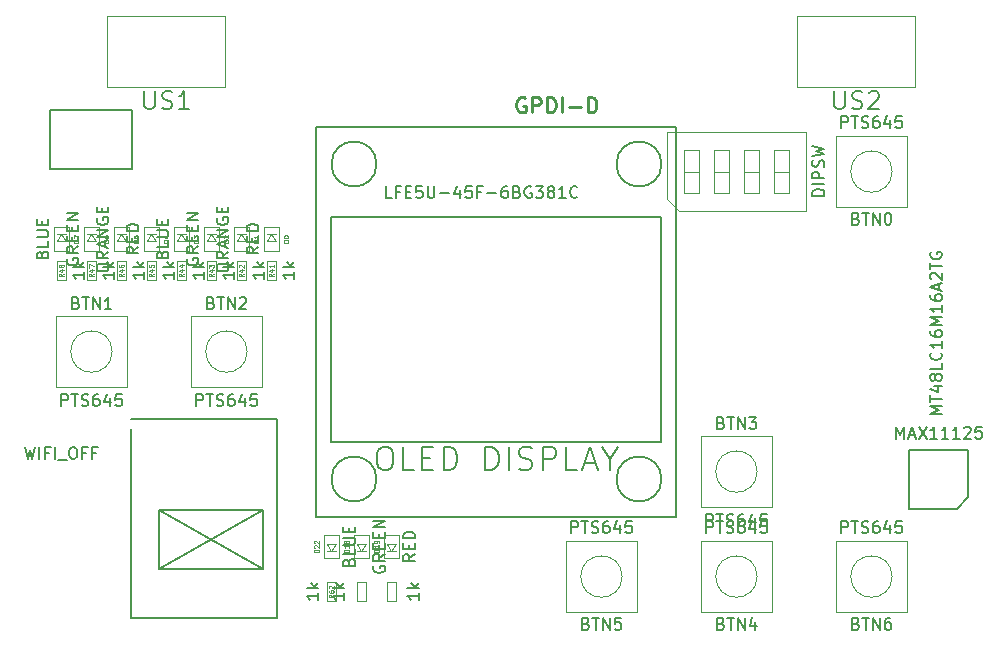
<source format=gbr>
G04 #@! TF.FileFunction,Other,Fab,Top*
%FSLAX46Y46*%
G04 Gerber Fmt 4.6, Leading zero omitted, Abs format (unit mm)*
G04 Created by KiCad (PCBNEW 4.0.7+dfsg1-1) date Wed Jan 17 15:58:00 2018*
%MOMM*%
%LPD*%
G01*
G04 APERTURE LIST*
%ADD10C,0.100000*%
%ADD11C,0.150000*%
%ADD12C,0.075000*%
%ADD13C,0.254000*%
G04 APERTURE END LIST*
D10*
X127990000Y-108880000D02*
X128790000Y-108880000D01*
X127990000Y-110480000D02*
X127990000Y-108880000D01*
X128790000Y-110480000D02*
X127990000Y-110480000D01*
X128790000Y-108880000D02*
X128790000Y-110480000D01*
X131330000Y-110480000D02*
X130530000Y-110480000D01*
X131330000Y-108880000D02*
X131330000Y-110480000D01*
X130530000Y-108880000D02*
X131330000Y-108880000D01*
X130530000Y-110480000D02*
X130530000Y-108880000D01*
X116880000Y-60925000D02*
X116880000Y-66925000D01*
X106880000Y-60925000D02*
X116880000Y-60925000D01*
X106880000Y-66925000D02*
X106880000Y-60925000D01*
X116880000Y-66925000D02*
X106880000Y-66925000D01*
X175300000Y-60925000D02*
X175300000Y-66925000D01*
X165300000Y-60925000D02*
X175300000Y-60925000D01*
X165300000Y-66925000D02*
X165300000Y-60925000D01*
X175300000Y-66925000D02*
X165300000Y-66925000D01*
D11*
X178785000Y-102655000D02*
X174785000Y-102655000D01*
X174785000Y-102655000D02*
X174785000Y-97655000D01*
X174785000Y-97655000D02*
X179785000Y-97655000D01*
X179785000Y-97655000D02*
X179785000Y-101655000D01*
X179785000Y-101655000D02*
X178785000Y-102655000D01*
X153790000Y-73485000D02*
G75*
G03X153790000Y-73485000I-1905000J0D01*
G01*
X129660000Y-73485000D02*
G75*
G03X129660000Y-73485000I-1905000J0D01*
G01*
X129660000Y-100155000D02*
G75*
G03X129660000Y-100155000I-1905000J0D01*
G01*
X153790000Y-100155000D02*
G75*
G03X153790000Y-100155000I-1905000J0D01*
G01*
X153790000Y-77930000D02*
X153790000Y-96980000D01*
X125850000Y-77930000D02*
X153790000Y-77930000D01*
X125850000Y-96980000D02*
X125850000Y-77930000D01*
X153790000Y-96980000D02*
X125850000Y-96980000D01*
X155060000Y-70310000D02*
X155060000Y-103330000D01*
X124580000Y-70310000D02*
X155060000Y-70310000D01*
X124580000Y-103330000D02*
X124580000Y-70310000D01*
X155060000Y-103330000D02*
X124580000Y-103330000D01*
D10*
X174570000Y-77120000D02*
X174570000Y-71120000D01*
X174570000Y-71120000D02*
X168570000Y-71120000D01*
X168570000Y-71120000D02*
X168570000Y-77120000D01*
X168570000Y-77120000D02*
X174570000Y-77120000D01*
X173320714Y-74120000D02*
G75*
G03X173320714Y-74120000I-1750714J0D01*
G01*
X102530000Y-86360000D02*
X102530000Y-92360000D01*
X102530000Y-92360000D02*
X108530000Y-92360000D01*
X108530000Y-92360000D02*
X108530000Y-86360000D01*
X108530000Y-86360000D02*
X102530000Y-86360000D01*
X107280714Y-89360000D02*
G75*
G03X107280714Y-89360000I-1750714J0D01*
G01*
X113960000Y-86360000D02*
X113960000Y-92360000D01*
X113960000Y-92360000D02*
X119960000Y-92360000D01*
X119960000Y-92360000D02*
X119960000Y-86360000D01*
X119960000Y-86360000D02*
X113960000Y-86360000D01*
X118710714Y-89360000D02*
G75*
G03X118710714Y-89360000I-1750714J0D01*
G01*
X157140000Y-96520000D02*
X157140000Y-102520000D01*
X157140000Y-102520000D02*
X163140000Y-102520000D01*
X163140000Y-102520000D02*
X163140000Y-96520000D01*
X163140000Y-96520000D02*
X157140000Y-96520000D01*
X161890714Y-99520000D02*
G75*
G03X161890714Y-99520000I-1750714J0D01*
G01*
X163140000Y-111410000D02*
X163140000Y-105410000D01*
X163140000Y-105410000D02*
X157140000Y-105410000D01*
X157140000Y-105410000D02*
X157140000Y-111410000D01*
X157140000Y-111410000D02*
X163140000Y-111410000D01*
X161890714Y-108410000D02*
G75*
G03X161890714Y-108410000I-1750714J0D01*
G01*
X151710000Y-111410000D02*
X151710000Y-105410000D01*
X151710000Y-105410000D02*
X145710000Y-105410000D01*
X145710000Y-105410000D02*
X145710000Y-111410000D01*
X145710000Y-111410000D02*
X151710000Y-111410000D01*
X150460714Y-108410000D02*
G75*
G03X150460714Y-108410000I-1750714J0D01*
G01*
X174570000Y-111410000D02*
X174570000Y-105410000D01*
X174570000Y-105410000D02*
X168570000Y-105410000D01*
X168570000Y-105410000D02*
X168570000Y-111410000D01*
X168570000Y-111410000D02*
X174570000Y-111410000D01*
X173320714Y-108410000D02*
G75*
G03X173320714Y-108410000I-1750714J0D01*
G01*
X154280000Y-76460000D02*
X154280000Y-70780000D01*
X154280000Y-70780000D02*
X166000000Y-70780000D01*
X166000000Y-70780000D02*
X166000000Y-77460000D01*
X166000000Y-77460000D02*
X155280000Y-77460000D01*
X155280000Y-77460000D02*
X154280000Y-76460000D01*
X155695000Y-75930000D02*
X156965000Y-75930000D01*
X156965000Y-75930000D02*
X156965000Y-72310000D01*
X156965000Y-72310000D02*
X155695000Y-72310000D01*
X155695000Y-72310000D02*
X155695000Y-75930000D01*
X155695000Y-74120000D02*
X156965000Y-74120000D01*
X158235000Y-75930000D02*
X159505000Y-75930000D01*
X159505000Y-75930000D02*
X159505000Y-72310000D01*
X159505000Y-72310000D02*
X158235000Y-72310000D01*
X158235000Y-72310000D02*
X158235000Y-75930000D01*
X158235000Y-74120000D02*
X159505000Y-74120000D01*
X160775000Y-75930000D02*
X162045000Y-75930000D01*
X162045000Y-75930000D02*
X162045000Y-72310000D01*
X162045000Y-72310000D02*
X160775000Y-72310000D01*
X160775000Y-72310000D02*
X160775000Y-75930000D01*
X160775000Y-74120000D02*
X162045000Y-74120000D01*
X163315000Y-75930000D02*
X164585000Y-75930000D01*
X164585000Y-75930000D02*
X164585000Y-72310000D01*
X164585000Y-72310000D02*
X163315000Y-72310000D01*
X163315000Y-72310000D02*
X163315000Y-75930000D01*
X163315000Y-74120000D02*
X164585000Y-74120000D01*
X125450000Y-106270000D02*
X126250000Y-106270000D01*
X125850000Y-106270000D02*
X125450000Y-105670000D01*
X126250000Y-105670000D02*
X125850000Y-106270000D01*
X125450000Y-105670000D02*
X126250000Y-105670000D01*
X126450000Y-104870000D02*
X126450000Y-106870000D01*
X125250000Y-104870000D02*
X126450000Y-104870000D01*
X125250000Y-106870000D02*
X125250000Y-104870000D01*
X126450000Y-106870000D02*
X125250000Y-106870000D01*
X125450000Y-108880000D02*
X126250000Y-108880000D01*
X125450000Y-110480000D02*
X125450000Y-108880000D01*
X126250000Y-110480000D02*
X125450000Y-110480000D01*
X126250000Y-108880000D02*
X126250000Y-110480000D01*
X127990000Y-106270000D02*
X128790000Y-106270000D01*
X128390000Y-106270000D02*
X127990000Y-105670000D01*
X128790000Y-105670000D02*
X128390000Y-106270000D01*
X127990000Y-105670000D02*
X128790000Y-105670000D01*
X128990000Y-104870000D02*
X128990000Y-106870000D01*
X127790000Y-104870000D02*
X128990000Y-104870000D01*
X127790000Y-106870000D02*
X127790000Y-104870000D01*
X128990000Y-106870000D02*
X127790000Y-106870000D01*
X121170000Y-79435000D02*
X120370000Y-79435000D01*
X120770000Y-79435000D02*
X121170000Y-80035000D01*
X120370000Y-80035000D02*
X120770000Y-79435000D01*
X121170000Y-80035000D02*
X120370000Y-80035000D01*
X120170000Y-80835000D02*
X120170000Y-78835000D01*
X121370000Y-80835000D02*
X120170000Y-80835000D01*
X121370000Y-78835000D02*
X121370000Y-80835000D01*
X120170000Y-78835000D02*
X121370000Y-78835000D01*
X118630000Y-79435000D02*
X117830000Y-79435000D01*
X118230000Y-79435000D02*
X118630000Y-80035000D01*
X117830000Y-80035000D02*
X118230000Y-79435000D01*
X118630000Y-80035000D02*
X117830000Y-80035000D01*
X117630000Y-80835000D02*
X117630000Y-78835000D01*
X118830000Y-80835000D02*
X117630000Y-80835000D01*
X118830000Y-78835000D02*
X118830000Y-80835000D01*
X117630000Y-78835000D02*
X118830000Y-78835000D01*
X116090000Y-79435000D02*
X115290000Y-79435000D01*
X115690000Y-79435000D02*
X116090000Y-80035000D01*
X115290000Y-80035000D02*
X115690000Y-79435000D01*
X116090000Y-80035000D02*
X115290000Y-80035000D01*
X115090000Y-80835000D02*
X115090000Y-78835000D01*
X116290000Y-80835000D02*
X115090000Y-80835000D01*
X116290000Y-78835000D02*
X116290000Y-80835000D01*
X115090000Y-78835000D02*
X116290000Y-78835000D01*
X113550000Y-79435000D02*
X112750000Y-79435000D01*
X113150000Y-79435000D02*
X113550000Y-80035000D01*
X112750000Y-80035000D02*
X113150000Y-79435000D01*
X113550000Y-80035000D02*
X112750000Y-80035000D01*
X112550000Y-80835000D02*
X112550000Y-78835000D01*
X113750000Y-80835000D02*
X112550000Y-80835000D01*
X113750000Y-78835000D02*
X113750000Y-80835000D01*
X112550000Y-78835000D02*
X113750000Y-78835000D01*
X111010000Y-79435000D02*
X110210000Y-79435000D01*
X110610000Y-79435000D02*
X111010000Y-80035000D01*
X110210000Y-80035000D02*
X110610000Y-79435000D01*
X111010000Y-80035000D02*
X110210000Y-80035000D01*
X110010000Y-80835000D02*
X110010000Y-78835000D01*
X111210000Y-80835000D02*
X110010000Y-80835000D01*
X111210000Y-78835000D02*
X111210000Y-80835000D01*
X110010000Y-78835000D02*
X111210000Y-78835000D01*
X108470000Y-79435000D02*
X107670000Y-79435000D01*
X108070000Y-79435000D02*
X108470000Y-80035000D01*
X107670000Y-80035000D02*
X108070000Y-79435000D01*
X108470000Y-80035000D02*
X107670000Y-80035000D01*
X107470000Y-80835000D02*
X107470000Y-78835000D01*
X108670000Y-80835000D02*
X107470000Y-80835000D01*
X108670000Y-78835000D02*
X108670000Y-80835000D01*
X107470000Y-78835000D02*
X108670000Y-78835000D01*
X105930000Y-79435000D02*
X105130000Y-79435000D01*
X105530000Y-79435000D02*
X105930000Y-80035000D01*
X105130000Y-80035000D02*
X105530000Y-79435000D01*
X105930000Y-80035000D02*
X105130000Y-80035000D01*
X104930000Y-80835000D02*
X104930000Y-78835000D01*
X106130000Y-80835000D02*
X104930000Y-80835000D01*
X106130000Y-78835000D02*
X106130000Y-80835000D01*
X104930000Y-78835000D02*
X106130000Y-78835000D01*
X103390000Y-79435000D02*
X102590000Y-79435000D01*
X102990000Y-79435000D02*
X103390000Y-80035000D01*
X102590000Y-80035000D02*
X102990000Y-79435000D01*
X103390000Y-80035000D02*
X102590000Y-80035000D01*
X102390000Y-80835000D02*
X102390000Y-78835000D01*
X103590000Y-80835000D02*
X102390000Y-80835000D01*
X103590000Y-78835000D02*
X103590000Y-80835000D01*
X102390000Y-78835000D02*
X103590000Y-78835000D01*
X130530000Y-106270000D02*
X131330000Y-106270000D01*
X130930000Y-106270000D02*
X130530000Y-105670000D01*
X131330000Y-105670000D02*
X130930000Y-106270000D01*
X130530000Y-105670000D02*
X131330000Y-105670000D01*
X131530000Y-104870000D02*
X131530000Y-106870000D01*
X130330000Y-104870000D02*
X131530000Y-104870000D01*
X130330000Y-106870000D02*
X130330000Y-104870000D01*
X131530000Y-106870000D02*
X130330000Y-106870000D01*
D11*
X120050000Y-102800000D02*
X111250000Y-107750000D01*
X120050000Y-107750000D02*
X111250000Y-102800000D01*
X120050000Y-102800000D02*
X120050000Y-107750000D01*
X111250000Y-102800000D02*
X111250000Y-107750000D01*
X111250000Y-107750000D02*
X120050000Y-107750000D01*
X120050000Y-102800000D02*
X111250000Y-102800000D01*
X121200000Y-95100000D02*
X108900000Y-95100000D01*
X121200000Y-111900000D02*
X121200000Y-95100000D01*
X108900000Y-111900000D02*
X121200000Y-111900000D01*
X108900000Y-95950000D02*
X108900000Y-111900000D01*
X109000000Y-68920000D02*
X109000000Y-73920000D01*
X102000000Y-68920000D02*
X109000000Y-68920000D01*
X102000000Y-73920000D02*
X102000000Y-68920000D01*
X109000000Y-73920000D02*
X102000000Y-73920000D01*
D10*
X121170000Y-83302000D02*
X120370000Y-83302000D01*
X121170000Y-81702000D02*
X121170000Y-83302000D01*
X120370000Y-81702000D02*
X121170000Y-81702000D01*
X120370000Y-83302000D02*
X120370000Y-81702000D01*
X118630000Y-83302000D02*
X117830000Y-83302000D01*
X118630000Y-81702000D02*
X118630000Y-83302000D01*
X117830000Y-81702000D02*
X118630000Y-81702000D01*
X117830000Y-83302000D02*
X117830000Y-81702000D01*
X116090000Y-83302000D02*
X115290000Y-83302000D01*
X116090000Y-81702000D02*
X116090000Y-83302000D01*
X115290000Y-81702000D02*
X116090000Y-81702000D01*
X115290000Y-83302000D02*
X115290000Y-81702000D01*
X113550000Y-83302000D02*
X112750000Y-83302000D01*
X113550000Y-81702000D02*
X113550000Y-83302000D01*
X112750000Y-81702000D02*
X113550000Y-81702000D01*
X112750000Y-83302000D02*
X112750000Y-81702000D01*
X111010000Y-83302000D02*
X110210000Y-83302000D01*
X111010000Y-81702000D02*
X111010000Y-83302000D01*
X110210000Y-81702000D02*
X111010000Y-81702000D01*
X110210000Y-83302000D02*
X110210000Y-81702000D01*
X108470000Y-83302000D02*
X107670000Y-83302000D01*
X108470000Y-81702000D02*
X108470000Y-83302000D01*
X107670000Y-81702000D02*
X108470000Y-81702000D01*
X107670000Y-83302000D02*
X107670000Y-81702000D01*
X105930000Y-83302000D02*
X105130000Y-83302000D01*
X105930000Y-81702000D02*
X105930000Y-83302000D01*
X105130000Y-81702000D02*
X105930000Y-81702000D01*
X105130000Y-83302000D02*
X105130000Y-81702000D01*
X103390000Y-83302000D02*
X102590000Y-83302000D01*
X103390000Y-81702000D02*
X103390000Y-83302000D01*
X102590000Y-81702000D02*
X103390000Y-81702000D01*
X102590000Y-83302000D02*
X102590000Y-81702000D01*
D11*
X99894762Y-97448381D02*
X100132857Y-98448381D01*
X100323334Y-97734095D01*
X100513810Y-98448381D01*
X100751905Y-97448381D01*
X101132857Y-98448381D02*
X101132857Y-97448381D01*
X101942381Y-97924571D02*
X101609047Y-97924571D01*
X101609047Y-98448381D02*
X101609047Y-97448381D01*
X102085238Y-97448381D01*
X102466190Y-98448381D02*
X102466190Y-97448381D01*
X102704285Y-98543619D02*
X103466190Y-98543619D01*
X103894761Y-97448381D02*
X104085238Y-97448381D01*
X104180476Y-97496000D01*
X104275714Y-97591238D01*
X104323333Y-97781714D01*
X104323333Y-98115048D01*
X104275714Y-98305524D01*
X104180476Y-98400762D01*
X104085238Y-98448381D01*
X103894761Y-98448381D01*
X103799523Y-98400762D01*
X103704285Y-98305524D01*
X103656666Y-98115048D01*
X103656666Y-97781714D01*
X103704285Y-97591238D01*
X103799523Y-97496000D01*
X103894761Y-97448381D01*
X105085238Y-97924571D02*
X104751904Y-97924571D01*
X104751904Y-98448381D02*
X104751904Y-97448381D01*
X105228095Y-97448381D01*
X105942381Y-97924571D02*
X105609047Y-97924571D01*
X105609047Y-98448381D02*
X105609047Y-97448381D01*
X106085238Y-97448381D01*
X126942381Y-109799047D02*
X126942381Y-110370476D01*
X126942381Y-110084762D02*
X125942381Y-110084762D01*
X126085238Y-110180000D01*
X126180476Y-110275238D01*
X126228095Y-110370476D01*
X126942381Y-109370476D02*
X125942381Y-109370476D01*
X126561429Y-109275238D02*
X126942381Y-108989523D01*
X126275714Y-108989523D02*
X126656667Y-109370476D01*
X133282381Y-109799047D02*
X133282381Y-110370476D01*
X133282381Y-110084762D02*
X132282381Y-110084762D01*
X132425238Y-110180000D01*
X132520476Y-110275238D01*
X132568095Y-110370476D01*
X133282381Y-109370476D02*
X132282381Y-109370476D01*
X132901429Y-109275238D02*
X133282381Y-108989523D01*
X132615714Y-108989523D02*
X132996667Y-109370476D01*
X110022858Y-67329571D02*
X110022858Y-68543857D01*
X110094286Y-68686714D01*
X110165715Y-68758143D01*
X110308572Y-68829571D01*
X110594286Y-68829571D01*
X110737144Y-68758143D01*
X110808572Y-68686714D01*
X110880001Y-68543857D01*
X110880001Y-67329571D01*
X111522858Y-68758143D02*
X111737144Y-68829571D01*
X112094287Y-68829571D01*
X112237144Y-68758143D01*
X112308573Y-68686714D01*
X112380001Y-68543857D01*
X112380001Y-68401000D01*
X112308573Y-68258143D01*
X112237144Y-68186714D01*
X112094287Y-68115286D01*
X111808573Y-68043857D01*
X111665715Y-67972429D01*
X111594287Y-67901000D01*
X111522858Y-67758143D01*
X111522858Y-67615286D01*
X111594287Y-67472429D01*
X111665715Y-67401000D01*
X111808573Y-67329571D01*
X112165715Y-67329571D01*
X112380001Y-67401000D01*
X113808572Y-68829571D02*
X112951429Y-68829571D01*
X113380001Y-68829571D02*
X113380001Y-67329571D01*
X113237144Y-67543857D01*
X113094286Y-67686714D01*
X112951429Y-67758143D01*
X168442858Y-67329571D02*
X168442858Y-68543857D01*
X168514286Y-68686714D01*
X168585715Y-68758143D01*
X168728572Y-68829571D01*
X169014286Y-68829571D01*
X169157144Y-68758143D01*
X169228572Y-68686714D01*
X169300001Y-68543857D01*
X169300001Y-67329571D01*
X169942858Y-68758143D02*
X170157144Y-68829571D01*
X170514287Y-68829571D01*
X170657144Y-68758143D01*
X170728573Y-68686714D01*
X170800001Y-68543857D01*
X170800001Y-68401000D01*
X170728573Y-68258143D01*
X170657144Y-68186714D01*
X170514287Y-68115286D01*
X170228573Y-68043857D01*
X170085715Y-67972429D01*
X170014287Y-67901000D01*
X169942858Y-67758143D01*
X169942858Y-67615286D01*
X170014287Y-67472429D01*
X170085715Y-67401000D01*
X170228573Y-67329571D01*
X170585715Y-67329571D01*
X170800001Y-67401000D01*
X171371429Y-67472429D02*
X171442858Y-67401000D01*
X171585715Y-67329571D01*
X171942858Y-67329571D01*
X172085715Y-67401000D01*
X172157144Y-67472429D01*
X172228572Y-67615286D01*
X172228572Y-67758143D01*
X172157144Y-67972429D01*
X171300001Y-68829571D01*
X172228572Y-68829571D01*
X173665952Y-96732381D02*
X173665952Y-95732381D01*
X173999286Y-96446667D01*
X174332619Y-95732381D01*
X174332619Y-96732381D01*
X174761190Y-96446667D02*
X175237381Y-96446667D01*
X174665952Y-96732381D02*
X174999285Y-95732381D01*
X175332619Y-96732381D01*
X175570714Y-95732381D02*
X176237381Y-96732381D01*
X176237381Y-95732381D02*
X175570714Y-96732381D01*
X177142143Y-96732381D02*
X176570714Y-96732381D01*
X176856428Y-96732381D02*
X176856428Y-95732381D01*
X176761190Y-95875238D01*
X176665952Y-95970476D01*
X176570714Y-96018095D01*
X178094524Y-96732381D02*
X177523095Y-96732381D01*
X177808809Y-96732381D02*
X177808809Y-95732381D01*
X177713571Y-95875238D01*
X177618333Y-95970476D01*
X177523095Y-96018095D01*
X179046905Y-96732381D02*
X178475476Y-96732381D01*
X178761190Y-96732381D02*
X178761190Y-95732381D01*
X178665952Y-95875238D01*
X178570714Y-95970476D01*
X178475476Y-96018095D01*
X179427857Y-95827619D02*
X179475476Y-95780000D01*
X179570714Y-95732381D01*
X179808810Y-95732381D01*
X179904048Y-95780000D01*
X179951667Y-95827619D01*
X179999286Y-95922857D01*
X179999286Y-96018095D01*
X179951667Y-96160952D01*
X179380238Y-96732381D01*
X179999286Y-96732381D01*
X180904048Y-95732381D02*
X180427857Y-95732381D01*
X180380238Y-96208571D01*
X180427857Y-96160952D01*
X180523095Y-96113333D01*
X180761191Y-96113333D01*
X180856429Y-96160952D01*
X180904048Y-96208571D01*
X180951667Y-96303810D01*
X180951667Y-96541905D01*
X180904048Y-96637143D01*
X180856429Y-96684762D01*
X180761191Y-96732381D01*
X180523095Y-96732381D01*
X180427857Y-96684762D01*
X180380238Y-96637143D01*
X130200952Y-97408762D02*
X130581904Y-97408762D01*
X130772380Y-97504000D01*
X130962857Y-97694476D01*
X131058095Y-98075429D01*
X131058095Y-98742095D01*
X130962857Y-99123048D01*
X130772380Y-99313524D01*
X130581904Y-99408762D01*
X130200952Y-99408762D01*
X130010476Y-99313524D01*
X129819999Y-99123048D01*
X129724761Y-98742095D01*
X129724761Y-98075429D01*
X129819999Y-97694476D01*
X130010476Y-97504000D01*
X130200952Y-97408762D01*
X132867618Y-99408762D02*
X131915237Y-99408762D01*
X131915237Y-97408762D01*
X133534285Y-98361143D02*
X134200952Y-98361143D01*
X134486666Y-99408762D02*
X133534285Y-99408762D01*
X133534285Y-97408762D01*
X134486666Y-97408762D01*
X135343809Y-99408762D02*
X135343809Y-97408762D01*
X135820000Y-97408762D01*
X136105714Y-97504000D01*
X136296190Y-97694476D01*
X136391429Y-97884952D01*
X136486667Y-98265905D01*
X136486667Y-98551619D01*
X136391429Y-98932571D01*
X136296190Y-99123048D01*
X136105714Y-99313524D01*
X135820000Y-99408762D01*
X135343809Y-99408762D01*
X138867619Y-99408762D02*
X138867619Y-97408762D01*
X139343810Y-97408762D01*
X139629524Y-97504000D01*
X139820000Y-97694476D01*
X139915239Y-97884952D01*
X140010477Y-98265905D01*
X140010477Y-98551619D01*
X139915239Y-98932571D01*
X139820000Y-99123048D01*
X139629524Y-99313524D01*
X139343810Y-99408762D01*
X138867619Y-99408762D01*
X140867619Y-99408762D02*
X140867619Y-97408762D01*
X141724762Y-99313524D02*
X142010477Y-99408762D01*
X142486667Y-99408762D01*
X142677143Y-99313524D01*
X142772381Y-99218286D01*
X142867620Y-99027810D01*
X142867620Y-98837333D01*
X142772381Y-98646857D01*
X142677143Y-98551619D01*
X142486667Y-98456381D01*
X142105715Y-98361143D01*
X141915239Y-98265905D01*
X141820000Y-98170667D01*
X141724762Y-97980190D01*
X141724762Y-97789714D01*
X141820000Y-97599238D01*
X141915239Y-97504000D01*
X142105715Y-97408762D01*
X142581905Y-97408762D01*
X142867620Y-97504000D01*
X143724762Y-99408762D02*
X143724762Y-97408762D01*
X144486667Y-97408762D01*
X144677143Y-97504000D01*
X144772382Y-97599238D01*
X144867620Y-97789714D01*
X144867620Y-98075429D01*
X144772382Y-98265905D01*
X144677143Y-98361143D01*
X144486667Y-98456381D01*
X143724762Y-98456381D01*
X146677143Y-99408762D02*
X145724762Y-99408762D01*
X145724762Y-97408762D01*
X147248572Y-98837333D02*
X148200953Y-98837333D01*
X147058096Y-99408762D02*
X147724763Y-97408762D01*
X148391430Y-99408762D01*
X149439049Y-98456381D02*
X149439049Y-99408762D01*
X148772382Y-97408762D02*
X149439049Y-98456381D01*
X150105716Y-97408762D01*
X169022381Y-70422381D02*
X169022381Y-69422381D01*
X169403334Y-69422381D01*
X169498572Y-69470000D01*
X169546191Y-69517619D01*
X169593810Y-69612857D01*
X169593810Y-69755714D01*
X169546191Y-69850952D01*
X169498572Y-69898571D01*
X169403334Y-69946190D01*
X169022381Y-69946190D01*
X169879524Y-69422381D02*
X170450953Y-69422381D01*
X170165238Y-70422381D02*
X170165238Y-69422381D01*
X170736667Y-70374762D02*
X170879524Y-70422381D01*
X171117620Y-70422381D01*
X171212858Y-70374762D01*
X171260477Y-70327143D01*
X171308096Y-70231905D01*
X171308096Y-70136667D01*
X171260477Y-70041429D01*
X171212858Y-69993810D01*
X171117620Y-69946190D01*
X170927143Y-69898571D01*
X170831905Y-69850952D01*
X170784286Y-69803333D01*
X170736667Y-69708095D01*
X170736667Y-69612857D01*
X170784286Y-69517619D01*
X170831905Y-69470000D01*
X170927143Y-69422381D01*
X171165239Y-69422381D01*
X171308096Y-69470000D01*
X172165239Y-69422381D02*
X171974762Y-69422381D01*
X171879524Y-69470000D01*
X171831905Y-69517619D01*
X171736667Y-69660476D01*
X171689048Y-69850952D01*
X171689048Y-70231905D01*
X171736667Y-70327143D01*
X171784286Y-70374762D01*
X171879524Y-70422381D01*
X172070001Y-70422381D01*
X172165239Y-70374762D01*
X172212858Y-70327143D01*
X172260477Y-70231905D01*
X172260477Y-69993810D01*
X172212858Y-69898571D01*
X172165239Y-69850952D01*
X172070001Y-69803333D01*
X171879524Y-69803333D01*
X171784286Y-69850952D01*
X171736667Y-69898571D01*
X171689048Y-69993810D01*
X173117620Y-69755714D02*
X173117620Y-70422381D01*
X172879524Y-69374762D02*
X172641429Y-70089048D01*
X173260477Y-70089048D01*
X174117620Y-69422381D02*
X173641429Y-69422381D01*
X173593810Y-69898571D01*
X173641429Y-69850952D01*
X173736667Y-69803333D01*
X173974763Y-69803333D01*
X174070001Y-69850952D01*
X174117620Y-69898571D01*
X174165239Y-69993810D01*
X174165239Y-70231905D01*
X174117620Y-70327143D01*
X174070001Y-70374762D01*
X173974763Y-70422381D01*
X173736667Y-70422381D01*
X173641429Y-70374762D01*
X173593810Y-70327143D01*
X170260477Y-78098571D02*
X170403334Y-78146190D01*
X170450953Y-78193810D01*
X170498572Y-78289048D01*
X170498572Y-78431905D01*
X170450953Y-78527143D01*
X170403334Y-78574762D01*
X170308096Y-78622381D01*
X169927143Y-78622381D01*
X169927143Y-77622381D01*
X170260477Y-77622381D01*
X170355715Y-77670000D01*
X170403334Y-77717619D01*
X170450953Y-77812857D01*
X170450953Y-77908095D01*
X170403334Y-78003333D01*
X170355715Y-78050952D01*
X170260477Y-78098571D01*
X169927143Y-78098571D01*
X170784286Y-77622381D02*
X171355715Y-77622381D01*
X171070000Y-78622381D02*
X171070000Y-77622381D01*
X171689048Y-78622381D02*
X171689048Y-77622381D01*
X172260477Y-78622381D01*
X172260477Y-77622381D01*
X172927143Y-77622381D02*
X173022382Y-77622381D01*
X173117620Y-77670000D01*
X173165239Y-77717619D01*
X173212858Y-77812857D01*
X173260477Y-78003333D01*
X173260477Y-78241429D01*
X173212858Y-78431905D01*
X173165239Y-78527143D01*
X173117620Y-78574762D01*
X173022382Y-78622381D01*
X172927143Y-78622381D01*
X172831905Y-78574762D01*
X172784286Y-78527143D01*
X172736667Y-78431905D01*
X172689048Y-78241429D01*
X172689048Y-78003333D01*
X172736667Y-77812857D01*
X172784286Y-77717619D01*
X172831905Y-77670000D01*
X172927143Y-77622381D01*
X102982381Y-93962381D02*
X102982381Y-92962381D01*
X103363334Y-92962381D01*
X103458572Y-93010000D01*
X103506191Y-93057619D01*
X103553810Y-93152857D01*
X103553810Y-93295714D01*
X103506191Y-93390952D01*
X103458572Y-93438571D01*
X103363334Y-93486190D01*
X102982381Y-93486190D01*
X103839524Y-92962381D02*
X104410953Y-92962381D01*
X104125238Y-93962381D02*
X104125238Y-92962381D01*
X104696667Y-93914762D02*
X104839524Y-93962381D01*
X105077620Y-93962381D01*
X105172858Y-93914762D01*
X105220477Y-93867143D01*
X105268096Y-93771905D01*
X105268096Y-93676667D01*
X105220477Y-93581429D01*
X105172858Y-93533810D01*
X105077620Y-93486190D01*
X104887143Y-93438571D01*
X104791905Y-93390952D01*
X104744286Y-93343333D01*
X104696667Y-93248095D01*
X104696667Y-93152857D01*
X104744286Y-93057619D01*
X104791905Y-93010000D01*
X104887143Y-92962381D01*
X105125239Y-92962381D01*
X105268096Y-93010000D01*
X106125239Y-92962381D02*
X105934762Y-92962381D01*
X105839524Y-93010000D01*
X105791905Y-93057619D01*
X105696667Y-93200476D01*
X105649048Y-93390952D01*
X105649048Y-93771905D01*
X105696667Y-93867143D01*
X105744286Y-93914762D01*
X105839524Y-93962381D01*
X106030001Y-93962381D01*
X106125239Y-93914762D01*
X106172858Y-93867143D01*
X106220477Y-93771905D01*
X106220477Y-93533810D01*
X106172858Y-93438571D01*
X106125239Y-93390952D01*
X106030001Y-93343333D01*
X105839524Y-93343333D01*
X105744286Y-93390952D01*
X105696667Y-93438571D01*
X105649048Y-93533810D01*
X107077620Y-93295714D02*
X107077620Y-93962381D01*
X106839524Y-92914762D02*
X106601429Y-93629048D01*
X107220477Y-93629048D01*
X108077620Y-92962381D02*
X107601429Y-92962381D01*
X107553810Y-93438571D01*
X107601429Y-93390952D01*
X107696667Y-93343333D01*
X107934763Y-93343333D01*
X108030001Y-93390952D01*
X108077620Y-93438571D01*
X108125239Y-93533810D01*
X108125239Y-93771905D01*
X108077620Y-93867143D01*
X108030001Y-93914762D01*
X107934763Y-93962381D01*
X107696667Y-93962381D01*
X107601429Y-93914762D01*
X107553810Y-93867143D01*
X104220477Y-85238571D02*
X104363334Y-85286190D01*
X104410953Y-85333810D01*
X104458572Y-85429048D01*
X104458572Y-85571905D01*
X104410953Y-85667143D01*
X104363334Y-85714762D01*
X104268096Y-85762381D01*
X103887143Y-85762381D01*
X103887143Y-84762381D01*
X104220477Y-84762381D01*
X104315715Y-84810000D01*
X104363334Y-84857619D01*
X104410953Y-84952857D01*
X104410953Y-85048095D01*
X104363334Y-85143333D01*
X104315715Y-85190952D01*
X104220477Y-85238571D01*
X103887143Y-85238571D01*
X104744286Y-84762381D02*
X105315715Y-84762381D01*
X105030000Y-85762381D02*
X105030000Y-84762381D01*
X105649048Y-85762381D02*
X105649048Y-84762381D01*
X106220477Y-85762381D01*
X106220477Y-84762381D01*
X107220477Y-85762381D02*
X106649048Y-85762381D01*
X106934762Y-85762381D02*
X106934762Y-84762381D01*
X106839524Y-84905238D01*
X106744286Y-85000476D01*
X106649048Y-85048095D01*
X114412381Y-93962381D02*
X114412381Y-92962381D01*
X114793334Y-92962381D01*
X114888572Y-93010000D01*
X114936191Y-93057619D01*
X114983810Y-93152857D01*
X114983810Y-93295714D01*
X114936191Y-93390952D01*
X114888572Y-93438571D01*
X114793334Y-93486190D01*
X114412381Y-93486190D01*
X115269524Y-92962381D02*
X115840953Y-92962381D01*
X115555238Y-93962381D02*
X115555238Y-92962381D01*
X116126667Y-93914762D02*
X116269524Y-93962381D01*
X116507620Y-93962381D01*
X116602858Y-93914762D01*
X116650477Y-93867143D01*
X116698096Y-93771905D01*
X116698096Y-93676667D01*
X116650477Y-93581429D01*
X116602858Y-93533810D01*
X116507620Y-93486190D01*
X116317143Y-93438571D01*
X116221905Y-93390952D01*
X116174286Y-93343333D01*
X116126667Y-93248095D01*
X116126667Y-93152857D01*
X116174286Y-93057619D01*
X116221905Y-93010000D01*
X116317143Y-92962381D01*
X116555239Y-92962381D01*
X116698096Y-93010000D01*
X117555239Y-92962381D02*
X117364762Y-92962381D01*
X117269524Y-93010000D01*
X117221905Y-93057619D01*
X117126667Y-93200476D01*
X117079048Y-93390952D01*
X117079048Y-93771905D01*
X117126667Y-93867143D01*
X117174286Y-93914762D01*
X117269524Y-93962381D01*
X117460001Y-93962381D01*
X117555239Y-93914762D01*
X117602858Y-93867143D01*
X117650477Y-93771905D01*
X117650477Y-93533810D01*
X117602858Y-93438571D01*
X117555239Y-93390952D01*
X117460001Y-93343333D01*
X117269524Y-93343333D01*
X117174286Y-93390952D01*
X117126667Y-93438571D01*
X117079048Y-93533810D01*
X118507620Y-93295714D02*
X118507620Y-93962381D01*
X118269524Y-92914762D02*
X118031429Y-93629048D01*
X118650477Y-93629048D01*
X119507620Y-92962381D02*
X119031429Y-92962381D01*
X118983810Y-93438571D01*
X119031429Y-93390952D01*
X119126667Y-93343333D01*
X119364763Y-93343333D01*
X119460001Y-93390952D01*
X119507620Y-93438571D01*
X119555239Y-93533810D01*
X119555239Y-93771905D01*
X119507620Y-93867143D01*
X119460001Y-93914762D01*
X119364763Y-93962381D01*
X119126667Y-93962381D01*
X119031429Y-93914762D01*
X118983810Y-93867143D01*
X115650477Y-85238571D02*
X115793334Y-85286190D01*
X115840953Y-85333810D01*
X115888572Y-85429048D01*
X115888572Y-85571905D01*
X115840953Y-85667143D01*
X115793334Y-85714762D01*
X115698096Y-85762381D01*
X115317143Y-85762381D01*
X115317143Y-84762381D01*
X115650477Y-84762381D01*
X115745715Y-84810000D01*
X115793334Y-84857619D01*
X115840953Y-84952857D01*
X115840953Y-85048095D01*
X115793334Y-85143333D01*
X115745715Y-85190952D01*
X115650477Y-85238571D01*
X115317143Y-85238571D01*
X116174286Y-84762381D02*
X116745715Y-84762381D01*
X116460000Y-85762381D02*
X116460000Y-84762381D01*
X117079048Y-85762381D02*
X117079048Y-84762381D01*
X117650477Y-85762381D01*
X117650477Y-84762381D01*
X118079048Y-84857619D02*
X118126667Y-84810000D01*
X118221905Y-84762381D01*
X118460001Y-84762381D01*
X118555239Y-84810000D01*
X118602858Y-84857619D01*
X118650477Y-84952857D01*
X118650477Y-85048095D01*
X118602858Y-85190952D01*
X118031429Y-85762381D01*
X118650477Y-85762381D01*
X157592381Y-104122381D02*
X157592381Y-103122381D01*
X157973334Y-103122381D01*
X158068572Y-103170000D01*
X158116191Y-103217619D01*
X158163810Y-103312857D01*
X158163810Y-103455714D01*
X158116191Y-103550952D01*
X158068572Y-103598571D01*
X157973334Y-103646190D01*
X157592381Y-103646190D01*
X158449524Y-103122381D02*
X159020953Y-103122381D01*
X158735238Y-104122381D02*
X158735238Y-103122381D01*
X159306667Y-104074762D02*
X159449524Y-104122381D01*
X159687620Y-104122381D01*
X159782858Y-104074762D01*
X159830477Y-104027143D01*
X159878096Y-103931905D01*
X159878096Y-103836667D01*
X159830477Y-103741429D01*
X159782858Y-103693810D01*
X159687620Y-103646190D01*
X159497143Y-103598571D01*
X159401905Y-103550952D01*
X159354286Y-103503333D01*
X159306667Y-103408095D01*
X159306667Y-103312857D01*
X159354286Y-103217619D01*
X159401905Y-103170000D01*
X159497143Y-103122381D01*
X159735239Y-103122381D01*
X159878096Y-103170000D01*
X160735239Y-103122381D02*
X160544762Y-103122381D01*
X160449524Y-103170000D01*
X160401905Y-103217619D01*
X160306667Y-103360476D01*
X160259048Y-103550952D01*
X160259048Y-103931905D01*
X160306667Y-104027143D01*
X160354286Y-104074762D01*
X160449524Y-104122381D01*
X160640001Y-104122381D01*
X160735239Y-104074762D01*
X160782858Y-104027143D01*
X160830477Y-103931905D01*
X160830477Y-103693810D01*
X160782858Y-103598571D01*
X160735239Y-103550952D01*
X160640001Y-103503333D01*
X160449524Y-103503333D01*
X160354286Y-103550952D01*
X160306667Y-103598571D01*
X160259048Y-103693810D01*
X161687620Y-103455714D02*
X161687620Y-104122381D01*
X161449524Y-103074762D02*
X161211429Y-103789048D01*
X161830477Y-103789048D01*
X162687620Y-103122381D02*
X162211429Y-103122381D01*
X162163810Y-103598571D01*
X162211429Y-103550952D01*
X162306667Y-103503333D01*
X162544763Y-103503333D01*
X162640001Y-103550952D01*
X162687620Y-103598571D01*
X162735239Y-103693810D01*
X162735239Y-103931905D01*
X162687620Y-104027143D01*
X162640001Y-104074762D01*
X162544763Y-104122381D01*
X162306667Y-104122381D01*
X162211429Y-104074762D01*
X162163810Y-104027143D01*
X158830477Y-95398571D02*
X158973334Y-95446190D01*
X159020953Y-95493810D01*
X159068572Y-95589048D01*
X159068572Y-95731905D01*
X159020953Y-95827143D01*
X158973334Y-95874762D01*
X158878096Y-95922381D01*
X158497143Y-95922381D01*
X158497143Y-94922381D01*
X158830477Y-94922381D01*
X158925715Y-94970000D01*
X158973334Y-95017619D01*
X159020953Y-95112857D01*
X159020953Y-95208095D01*
X158973334Y-95303333D01*
X158925715Y-95350952D01*
X158830477Y-95398571D01*
X158497143Y-95398571D01*
X159354286Y-94922381D02*
X159925715Y-94922381D01*
X159640000Y-95922381D02*
X159640000Y-94922381D01*
X160259048Y-95922381D02*
X160259048Y-94922381D01*
X160830477Y-95922381D01*
X160830477Y-94922381D01*
X161211429Y-94922381D02*
X161830477Y-94922381D01*
X161497143Y-95303333D01*
X161640001Y-95303333D01*
X161735239Y-95350952D01*
X161782858Y-95398571D01*
X161830477Y-95493810D01*
X161830477Y-95731905D01*
X161782858Y-95827143D01*
X161735239Y-95874762D01*
X161640001Y-95922381D01*
X161354286Y-95922381D01*
X161259048Y-95874762D01*
X161211429Y-95827143D01*
X157592381Y-104712381D02*
X157592381Y-103712381D01*
X157973334Y-103712381D01*
X158068572Y-103760000D01*
X158116191Y-103807619D01*
X158163810Y-103902857D01*
X158163810Y-104045714D01*
X158116191Y-104140952D01*
X158068572Y-104188571D01*
X157973334Y-104236190D01*
X157592381Y-104236190D01*
X158449524Y-103712381D02*
X159020953Y-103712381D01*
X158735238Y-104712381D02*
X158735238Y-103712381D01*
X159306667Y-104664762D02*
X159449524Y-104712381D01*
X159687620Y-104712381D01*
X159782858Y-104664762D01*
X159830477Y-104617143D01*
X159878096Y-104521905D01*
X159878096Y-104426667D01*
X159830477Y-104331429D01*
X159782858Y-104283810D01*
X159687620Y-104236190D01*
X159497143Y-104188571D01*
X159401905Y-104140952D01*
X159354286Y-104093333D01*
X159306667Y-103998095D01*
X159306667Y-103902857D01*
X159354286Y-103807619D01*
X159401905Y-103760000D01*
X159497143Y-103712381D01*
X159735239Y-103712381D01*
X159878096Y-103760000D01*
X160735239Y-103712381D02*
X160544762Y-103712381D01*
X160449524Y-103760000D01*
X160401905Y-103807619D01*
X160306667Y-103950476D01*
X160259048Y-104140952D01*
X160259048Y-104521905D01*
X160306667Y-104617143D01*
X160354286Y-104664762D01*
X160449524Y-104712381D01*
X160640001Y-104712381D01*
X160735239Y-104664762D01*
X160782858Y-104617143D01*
X160830477Y-104521905D01*
X160830477Y-104283810D01*
X160782858Y-104188571D01*
X160735239Y-104140952D01*
X160640001Y-104093333D01*
X160449524Y-104093333D01*
X160354286Y-104140952D01*
X160306667Y-104188571D01*
X160259048Y-104283810D01*
X161687620Y-104045714D02*
X161687620Y-104712381D01*
X161449524Y-103664762D02*
X161211429Y-104379048D01*
X161830477Y-104379048D01*
X162687620Y-103712381D02*
X162211429Y-103712381D01*
X162163810Y-104188571D01*
X162211429Y-104140952D01*
X162306667Y-104093333D01*
X162544763Y-104093333D01*
X162640001Y-104140952D01*
X162687620Y-104188571D01*
X162735239Y-104283810D01*
X162735239Y-104521905D01*
X162687620Y-104617143D01*
X162640001Y-104664762D01*
X162544763Y-104712381D01*
X162306667Y-104712381D01*
X162211429Y-104664762D01*
X162163810Y-104617143D01*
X158830477Y-112388571D02*
X158973334Y-112436190D01*
X159020953Y-112483810D01*
X159068572Y-112579048D01*
X159068572Y-112721905D01*
X159020953Y-112817143D01*
X158973334Y-112864762D01*
X158878096Y-112912381D01*
X158497143Y-112912381D01*
X158497143Y-111912381D01*
X158830477Y-111912381D01*
X158925715Y-111960000D01*
X158973334Y-112007619D01*
X159020953Y-112102857D01*
X159020953Y-112198095D01*
X158973334Y-112293333D01*
X158925715Y-112340952D01*
X158830477Y-112388571D01*
X158497143Y-112388571D01*
X159354286Y-111912381D02*
X159925715Y-111912381D01*
X159640000Y-112912381D02*
X159640000Y-111912381D01*
X160259048Y-112912381D02*
X160259048Y-111912381D01*
X160830477Y-112912381D01*
X160830477Y-111912381D01*
X161735239Y-112245714D02*
X161735239Y-112912381D01*
X161497143Y-111864762D02*
X161259048Y-112579048D01*
X161878096Y-112579048D01*
X146162381Y-104712381D02*
X146162381Y-103712381D01*
X146543334Y-103712381D01*
X146638572Y-103760000D01*
X146686191Y-103807619D01*
X146733810Y-103902857D01*
X146733810Y-104045714D01*
X146686191Y-104140952D01*
X146638572Y-104188571D01*
X146543334Y-104236190D01*
X146162381Y-104236190D01*
X147019524Y-103712381D02*
X147590953Y-103712381D01*
X147305238Y-104712381D02*
X147305238Y-103712381D01*
X147876667Y-104664762D02*
X148019524Y-104712381D01*
X148257620Y-104712381D01*
X148352858Y-104664762D01*
X148400477Y-104617143D01*
X148448096Y-104521905D01*
X148448096Y-104426667D01*
X148400477Y-104331429D01*
X148352858Y-104283810D01*
X148257620Y-104236190D01*
X148067143Y-104188571D01*
X147971905Y-104140952D01*
X147924286Y-104093333D01*
X147876667Y-103998095D01*
X147876667Y-103902857D01*
X147924286Y-103807619D01*
X147971905Y-103760000D01*
X148067143Y-103712381D01*
X148305239Y-103712381D01*
X148448096Y-103760000D01*
X149305239Y-103712381D02*
X149114762Y-103712381D01*
X149019524Y-103760000D01*
X148971905Y-103807619D01*
X148876667Y-103950476D01*
X148829048Y-104140952D01*
X148829048Y-104521905D01*
X148876667Y-104617143D01*
X148924286Y-104664762D01*
X149019524Y-104712381D01*
X149210001Y-104712381D01*
X149305239Y-104664762D01*
X149352858Y-104617143D01*
X149400477Y-104521905D01*
X149400477Y-104283810D01*
X149352858Y-104188571D01*
X149305239Y-104140952D01*
X149210001Y-104093333D01*
X149019524Y-104093333D01*
X148924286Y-104140952D01*
X148876667Y-104188571D01*
X148829048Y-104283810D01*
X150257620Y-104045714D02*
X150257620Y-104712381D01*
X150019524Y-103664762D02*
X149781429Y-104379048D01*
X150400477Y-104379048D01*
X151257620Y-103712381D02*
X150781429Y-103712381D01*
X150733810Y-104188571D01*
X150781429Y-104140952D01*
X150876667Y-104093333D01*
X151114763Y-104093333D01*
X151210001Y-104140952D01*
X151257620Y-104188571D01*
X151305239Y-104283810D01*
X151305239Y-104521905D01*
X151257620Y-104617143D01*
X151210001Y-104664762D01*
X151114763Y-104712381D01*
X150876667Y-104712381D01*
X150781429Y-104664762D01*
X150733810Y-104617143D01*
X147400477Y-112388571D02*
X147543334Y-112436190D01*
X147590953Y-112483810D01*
X147638572Y-112579048D01*
X147638572Y-112721905D01*
X147590953Y-112817143D01*
X147543334Y-112864762D01*
X147448096Y-112912381D01*
X147067143Y-112912381D01*
X147067143Y-111912381D01*
X147400477Y-111912381D01*
X147495715Y-111960000D01*
X147543334Y-112007619D01*
X147590953Y-112102857D01*
X147590953Y-112198095D01*
X147543334Y-112293333D01*
X147495715Y-112340952D01*
X147400477Y-112388571D01*
X147067143Y-112388571D01*
X147924286Y-111912381D02*
X148495715Y-111912381D01*
X148210000Y-112912381D02*
X148210000Y-111912381D01*
X148829048Y-112912381D02*
X148829048Y-111912381D01*
X149400477Y-112912381D01*
X149400477Y-111912381D01*
X150352858Y-111912381D02*
X149876667Y-111912381D01*
X149829048Y-112388571D01*
X149876667Y-112340952D01*
X149971905Y-112293333D01*
X150210001Y-112293333D01*
X150305239Y-112340952D01*
X150352858Y-112388571D01*
X150400477Y-112483810D01*
X150400477Y-112721905D01*
X150352858Y-112817143D01*
X150305239Y-112864762D01*
X150210001Y-112912381D01*
X149971905Y-112912381D01*
X149876667Y-112864762D01*
X149829048Y-112817143D01*
X169022381Y-104712381D02*
X169022381Y-103712381D01*
X169403334Y-103712381D01*
X169498572Y-103760000D01*
X169546191Y-103807619D01*
X169593810Y-103902857D01*
X169593810Y-104045714D01*
X169546191Y-104140952D01*
X169498572Y-104188571D01*
X169403334Y-104236190D01*
X169022381Y-104236190D01*
X169879524Y-103712381D02*
X170450953Y-103712381D01*
X170165238Y-104712381D02*
X170165238Y-103712381D01*
X170736667Y-104664762D02*
X170879524Y-104712381D01*
X171117620Y-104712381D01*
X171212858Y-104664762D01*
X171260477Y-104617143D01*
X171308096Y-104521905D01*
X171308096Y-104426667D01*
X171260477Y-104331429D01*
X171212858Y-104283810D01*
X171117620Y-104236190D01*
X170927143Y-104188571D01*
X170831905Y-104140952D01*
X170784286Y-104093333D01*
X170736667Y-103998095D01*
X170736667Y-103902857D01*
X170784286Y-103807619D01*
X170831905Y-103760000D01*
X170927143Y-103712381D01*
X171165239Y-103712381D01*
X171308096Y-103760000D01*
X172165239Y-103712381D02*
X171974762Y-103712381D01*
X171879524Y-103760000D01*
X171831905Y-103807619D01*
X171736667Y-103950476D01*
X171689048Y-104140952D01*
X171689048Y-104521905D01*
X171736667Y-104617143D01*
X171784286Y-104664762D01*
X171879524Y-104712381D01*
X172070001Y-104712381D01*
X172165239Y-104664762D01*
X172212858Y-104617143D01*
X172260477Y-104521905D01*
X172260477Y-104283810D01*
X172212858Y-104188571D01*
X172165239Y-104140952D01*
X172070001Y-104093333D01*
X171879524Y-104093333D01*
X171784286Y-104140952D01*
X171736667Y-104188571D01*
X171689048Y-104283810D01*
X173117620Y-104045714D02*
X173117620Y-104712381D01*
X172879524Y-103664762D02*
X172641429Y-104379048D01*
X173260477Y-104379048D01*
X174117620Y-103712381D02*
X173641429Y-103712381D01*
X173593810Y-104188571D01*
X173641429Y-104140952D01*
X173736667Y-104093333D01*
X173974763Y-104093333D01*
X174070001Y-104140952D01*
X174117620Y-104188571D01*
X174165239Y-104283810D01*
X174165239Y-104521905D01*
X174117620Y-104617143D01*
X174070001Y-104664762D01*
X173974763Y-104712381D01*
X173736667Y-104712381D01*
X173641429Y-104664762D01*
X173593810Y-104617143D01*
X170260477Y-112388571D02*
X170403334Y-112436190D01*
X170450953Y-112483810D01*
X170498572Y-112579048D01*
X170498572Y-112721905D01*
X170450953Y-112817143D01*
X170403334Y-112864762D01*
X170308096Y-112912381D01*
X169927143Y-112912381D01*
X169927143Y-111912381D01*
X170260477Y-111912381D01*
X170355715Y-111960000D01*
X170403334Y-112007619D01*
X170450953Y-112102857D01*
X170450953Y-112198095D01*
X170403334Y-112293333D01*
X170355715Y-112340952D01*
X170260477Y-112388571D01*
X169927143Y-112388571D01*
X170784286Y-111912381D02*
X171355715Y-111912381D01*
X171070000Y-112912381D02*
X171070000Y-111912381D01*
X171689048Y-112912381D02*
X171689048Y-111912381D01*
X172260477Y-112912381D01*
X172260477Y-111912381D01*
X173165239Y-111912381D02*
X172974762Y-111912381D01*
X172879524Y-111960000D01*
X172831905Y-112007619D01*
X172736667Y-112150476D01*
X172689048Y-112340952D01*
X172689048Y-112721905D01*
X172736667Y-112817143D01*
X172784286Y-112864762D01*
X172879524Y-112912381D01*
X173070001Y-112912381D01*
X173165239Y-112864762D01*
X173212858Y-112817143D01*
X173260477Y-112721905D01*
X173260477Y-112483810D01*
X173212858Y-112388571D01*
X173165239Y-112340952D01*
X173070001Y-112293333D01*
X172879524Y-112293333D01*
X172784286Y-112340952D01*
X172736667Y-112388571D01*
X172689048Y-112483810D01*
X167572381Y-76167619D02*
X166572381Y-76167619D01*
X166572381Y-75929524D01*
X166620000Y-75786666D01*
X166715238Y-75691428D01*
X166810476Y-75643809D01*
X167000952Y-75596190D01*
X167143810Y-75596190D01*
X167334286Y-75643809D01*
X167429524Y-75691428D01*
X167524762Y-75786666D01*
X167572381Y-75929524D01*
X167572381Y-76167619D01*
X167572381Y-75167619D02*
X166572381Y-75167619D01*
X167572381Y-74691429D02*
X166572381Y-74691429D01*
X166572381Y-74310476D01*
X166620000Y-74215238D01*
X166667619Y-74167619D01*
X166762857Y-74120000D01*
X166905714Y-74120000D01*
X167000952Y-74167619D01*
X167048571Y-74215238D01*
X167096190Y-74310476D01*
X167096190Y-74691429D01*
X167524762Y-73739048D02*
X167572381Y-73596191D01*
X167572381Y-73358095D01*
X167524762Y-73262857D01*
X167477143Y-73215238D01*
X167381905Y-73167619D01*
X167286667Y-73167619D01*
X167191429Y-73215238D01*
X167143810Y-73262857D01*
X167096190Y-73358095D01*
X167048571Y-73548572D01*
X167000952Y-73643810D01*
X166953333Y-73691429D01*
X166858095Y-73739048D01*
X166762857Y-73739048D01*
X166667619Y-73691429D01*
X166620000Y-73643810D01*
X166572381Y-73548572D01*
X166572381Y-73310476D01*
X166620000Y-73167619D01*
X166572381Y-72834286D02*
X167572381Y-72596191D01*
X166858095Y-72405714D01*
X167572381Y-72215238D01*
X166572381Y-71977143D01*
X130954762Y-76350381D02*
X130478571Y-76350381D01*
X130478571Y-75350381D01*
X131621429Y-75826571D02*
X131288095Y-75826571D01*
X131288095Y-76350381D02*
X131288095Y-75350381D01*
X131764286Y-75350381D01*
X132145238Y-75826571D02*
X132478572Y-75826571D01*
X132621429Y-76350381D02*
X132145238Y-76350381D01*
X132145238Y-75350381D01*
X132621429Y-75350381D01*
X133526191Y-75350381D02*
X133050000Y-75350381D01*
X133002381Y-75826571D01*
X133050000Y-75778952D01*
X133145238Y-75731333D01*
X133383334Y-75731333D01*
X133478572Y-75778952D01*
X133526191Y-75826571D01*
X133573810Y-75921810D01*
X133573810Y-76159905D01*
X133526191Y-76255143D01*
X133478572Y-76302762D01*
X133383334Y-76350381D01*
X133145238Y-76350381D01*
X133050000Y-76302762D01*
X133002381Y-76255143D01*
X134002381Y-75350381D02*
X134002381Y-76159905D01*
X134050000Y-76255143D01*
X134097619Y-76302762D01*
X134192857Y-76350381D01*
X134383334Y-76350381D01*
X134478572Y-76302762D01*
X134526191Y-76255143D01*
X134573810Y-76159905D01*
X134573810Y-75350381D01*
X135050000Y-75969429D02*
X135811905Y-75969429D01*
X136716667Y-75683714D02*
X136716667Y-76350381D01*
X136478571Y-75302762D02*
X136240476Y-76017048D01*
X136859524Y-76017048D01*
X137716667Y-75350381D02*
X137240476Y-75350381D01*
X137192857Y-75826571D01*
X137240476Y-75778952D01*
X137335714Y-75731333D01*
X137573810Y-75731333D01*
X137669048Y-75778952D01*
X137716667Y-75826571D01*
X137764286Y-75921810D01*
X137764286Y-76159905D01*
X137716667Y-76255143D01*
X137669048Y-76302762D01*
X137573810Y-76350381D01*
X137335714Y-76350381D01*
X137240476Y-76302762D01*
X137192857Y-76255143D01*
X138526191Y-75826571D02*
X138192857Y-75826571D01*
X138192857Y-76350381D02*
X138192857Y-75350381D01*
X138669048Y-75350381D01*
X139050000Y-75969429D02*
X139811905Y-75969429D01*
X140716667Y-75350381D02*
X140526190Y-75350381D01*
X140430952Y-75398000D01*
X140383333Y-75445619D01*
X140288095Y-75588476D01*
X140240476Y-75778952D01*
X140240476Y-76159905D01*
X140288095Y-76255143D01*
X140335714Y-76302762D01*
X140430952Y-76350381D01*
X140621429Y-76350381D01*
X140716667Y-76302762D01*
X140764286Y-76255143D01*
X140811905Y-76159905D01*
X140811905Y-75921810D01*
X140764286Y-75826571D01*
X140716667Y-75778952D01*
X140621429Y-75731333D01*
X140430952Y-75731333D01*
X140335714Y-75778952D01*
X140288095Y-75826571D01*
X140240476Y-75921810D01*
X141573810Y-75826571D02*
X141716667Y-75874190D01*
X141764286Y-75921810D01*
X141811905Y-76017048D01*
X141811905Y-76159905D01*
X141764286Y-76255143D01*
X141716667Y-76302762D01*
X141621429Y-76350381D01*
X141240476Y-76350381D01*
X141240476Y-75350381D01*
X141573810Y-75350381D01*
X141669048Y-75398000D01*
X141716667Y-75445619D01*
X141764286Y-75540857D01*
X141764286Y-75636095D01*
X141716667Y-75731333D01*
X141669048Y-75778952D01*
X141573810Y-75826571D01*
X141240476Y-75826571D01*
X142764286Y-75398000D02*
X142669048Y-75350381D01*
X142526191Y-75350381D01*
X142383333Y-75398000D01*
X142288095Y-75493238D01*
X142240476Y-75588476D01*
X142192857Y-75778952D01*
X142192857Y-75921810D01*
X142240476Y-76112286D01*
X142288095Y-76207524D01*
X142383333Y-76302762D01*
X142526191Y-76350381D01*
X142621429Y-76350381D01*
X142764286Y-76302762D01*
X142811905Y-76255143D01*
X142811905Y-75921810D01*
X142621429Y-75921810D01*
X143145238Y-75350381D02*
X143764286Y-75350381D01*
X143430952Y-75731333D01*
X143573810Y-75731333D01*
X143669048Y-75778952D01*
X143716667Y-75826571D01*
X143764286Y-75921810D01*
X143764286Y-76159905D01*
X143716667Y-76255143D01*
X143669048Y-76302762D01*
X143573810Y-76350381D01*
X143288095Y-76350381D01*
X143192857Y-76302762D01*
X143145238Y-76255143D01*
X144335714Y-75778952D02*
X144240476Y-75731333D01*
X144192857Y-75683714D01*
X144145238Y-75588476D01*
X144145238Y-75540857D01*
X144192857Y-75445619D01*
X144240476Y-75398000D01*
X144335714Y-75350381D01*
X144526191Y-75350381D01*
X144621429Y-75398000D01*
X144669048Y-75445619D01*
X144716667Y-75540857D01*
X144716667Y-75588476D01*
X144669048Y-75683714D01*
X144621429Y-75731333D01*
X144526191Y-75778952D01*
X144335714Y-75778952D01*
X144240476Y-75826571D01*
X144192857Y-75874190D01*
X144145238Y-75969429D01*
X144145238Y-76159905D01*
X144192857Y-76255143D01*
X144240476Y-76302762D01*
X144335714Y-76350381D01*
X144526191Y-76350381D01*
X144621429Y-76302762D01*
X144669048Y-76255143D01*
X144716667Y-76159905D01*
X144716667Y-75969429D01*
X144669048Y-75874190D01*
X144621429Y-75826571D01*
X144526191Y-75778952D01*
X145669048Y-76350381D02*
X145097619Y-76350381D01*
X145383333Y-76350381D02*
X145383333Y-75350381D01*
X145288095Y-75493238D01*
X145192857Y-75588476D01*
X145097619Y-75636095D01*
X146669048Y-76255143D02*
X146621429Y-76302762D01*
X146478572Y-76350381D01*
X146383334Y-76350381D01*
X146240476Y-76302762D01*
X146145238Y-76207524D01*
X146097619Y-76112286D01*
X146050000Y-75921810D01*
X146050000Y-75778952D01*
X146097619Y-75588476D01*
X146145238Y-75493238D01*
X146240476Y-75398000D01*
X146383334Y-75350381D01*
X146478572Y-75350381D01*
X146621429Y-75398000D01*
X146669048Y-75445619D01*
X127328571Y-107179523D02*
X127376190Y-107036666D01*
X127423810Y-106989047D01*
X127519048Y-106941428D01*
X127661905Y-106941428D01*
X127757143Y-106989047D01*
X127804762Y-107036666D01*
X127852381Y-107131904D01*
X127852381Y-107512857D01*
X126852381Y-107512857D01*
X126852381Y-107179523D01*
X126900000Y-107084285D01*
X126947619Y-107036666D01*
X127042857Y-106989047D01*
X127138095Y-106989047D01*
X127233333Y-107036666D01*
X127280952Y-107084285D01*
X127328571Y-107179523D01*
X127328571Y-107512857D01*
X127852381Y-106036666D02*
X127852381Y-106512857D01*
X126852381Y-106512857D01*
X126852381Y-105703333D02*
X127661905Y-105703333D01*
X127757143Y-105655714D01*
X127804762Y-105608095D01*
X127852381Y-105512857D01*
X127852381Y-105322380D01*
X127804762Y-105227142D01*
X127757143Y-105179523D01*
X127661905Y-105131904D01*
X126852381Y-105131904D01*
X127328571Y-104655714D02*
X127328571Y-104322380D01*
X127852381Y-104179523D02*
X127852381Y-104655714D01*
X126852381Y-104655714D01*
X126852381Y-104179523D01*
D10*
X124780952Y-106355714D02*
X124380952Y-106355714D01*
X124380952Y-106260476D01*
X124400000Y-106203333D01*
X124438095Y-106165238D01*
X124476190Y-106146190D01*
X124552381Y-106127142D01*
X124609524Y-106127142D01*
X124685714Y-106146190D01*
X124723810Y-106165238D01*
X124761905Y-106203333D01*
X124780952Y-106260476D01*
X124780952Y-106355714D01*
X124419048Y-105974762D02*
X124400000Y-105955714D01*
X124380952Y-105917619D01*
X124380952Y-105822381D01*
X124400000Y-105784285D01*
X124419048Y-105765238D01*
X124457143Y-105746190D01*
X124495238Y-105746190D01*
X124552381Y-105765238D01*
X124780952Y-105993809D01*
X124780952Y-105746190D01*
X124419048Y-105593810D02*
X124400000Y-105574762D01*
X124380952Y-105536667D01*
X124380952Y-105441429D01*
X124400000Y-105403333D01*
X124419048Y-105384286D01*
X124457143Y-105365238D01*
X124495238Y-105365238D01*
X124552381Y-105384286D01*
X124780952Y-105612857D01*
X124780952Y-105365238D01*
D11*
X124752381Y-109799047D02*
X124752381Y-110370476D01*
X124752381Y-110084762D02*
X123752381Y-110084762D01*
X123895238Y-110180000D01*
X123990476Y-110275238D01*
X124038095Y-110370476D01*
X124752381Y-109370476D02*
X123752381Y-109370476D01*
X124371429Y-109275238D02*
X124752381Y-108989523D01*
X124085714Y-108989523D02*
X124466667Y-109370476D01*
D12*
X126030952Y-109937142D02*
X125840476Y-110070476D01*
X126030952Y-110165714D02*
X125630952Y-110165714D01*
X125630952Y-110013333D01*
X125650000Y-109975238D01*
X125669048Y-109956190D01*
X125707143Y-109937142D01*
X125764286Y-109937142D01*
X125802381Y-109956190D01*
X125821429Y-109975238D01*
X125840476Y-110013333D01*
X125840476Y-110165714D01*
X125630952Y-109594285D02*
X125630952Y-109670476D01*
X125650000Y-109708571D01*
X125669048Y-109727619D01*
X125726190Y-109765714D01*
X125802381Y-109784762D01*
X125954762Y-109784762D01*
X125992857Y-109765714D01*
X126011905Y-109746666D01*
X126030952Y-109708571D01*
X126030952Y-109632381D01*
X126011905Y-109594285D01*
X125992857Y-109575238D01*
X125954762Y-109556190D01*
X125859524Y-109556190D01*
X125821429Y-109575238D01*
X125802381Y-109594285D01*
X125783333Y-109632381D01*
X125783333Y-109708571D01*
X125802381Y-109746666D01*
X125821429Y-109765714D01*
X125859524Y-109784762D01*
X125669048Y-109403810D02*
X125650000Y-109384762D01*
X125630952Y-109346667D01*
X125630952Y-109251429D01*
X125650000Y-109213333D01*
X125669048Y-109194286D01*
X125707143Y-109175238D01*
X125745238Y-109175238D01*
X125802381Y-109194286D01*
X126030952Y-109422857D01*
X126030952Y-109175238D01*
D11*
X129440000Y-107536666D02*
X129392381Y-107631904D01*
X129392381Y-107774761D01*
X129440000Y-107917619D01*
X129535238Y-108012857D01*
X129630476Y-108060476D01*
X129820952Y-108108095D01*
X129963810Y-108108095D01*
X130154286Y-108060476D01*
X130249524Y-108012857D01*
X130344762Y-107917619D01*
X130392381Y-107774761D01*
X130392381Y-107679523D01*
X130344762Y-107536666D01*
X130297143Y-107489047D01*
X129963810Y-107489047D01*
X129963810Y-107679523D01*
X130392381Y-106489047D02*
X129916190Y-106822381D01*
X130392381Y-107060476D02*
X129392381Y-107060476D01*
X129392381Y-106679523D01*
X129440000Y-106584285D01*
X129487619Y-106536666D01*
X129582857Y-106489047D01*
X129725714Y-106489047D01*
X129820952Y-106536666D01*
X129868571Y-106584285D01*
X129916190Y-106679523D01*
X129916190Y-107060476D01*
X129868571Y-106060476D02*
X129868571Y-105727142D01*
X130392381Y-105584285D02*
X130392381Y-106060476D01*
X129392381Y-106060476D01*
X129392381Y-105584285D01*
X129868571Y-105155714D02*
X129868571Y-104822380D01*
X130392381Y-104679523D02*
X130392381Y-105155714D01*
X129392381Y-105155714D01*
X129392381Y-104679523D01*
X130392381Y-104250952D02*
X129392381Y-104250952D01*
X130392381Y-103679523D01*
X129392381Y-103679523D01*
D10*
X127320952Y-106355714D02*
X126920952Y-106355714D01*
X126920952Y-106260476D01*
X126940000Y-106203333D01*
X126978095Y-106165238D01*
X127016190Y-106146190D01*
X127092381Y-106127142D01*
X127149524Y-106127142D01*
X127225714Y-106146190D01*
X127263810Y-106165238D01*
X127301905Y-106203333D01*
X127320952Y-106260476D01*
X127320952Y-106355714D01*
X127320952Y-105746190D02*
X127320952Y-105974762D01*
X127320952Y-105860476D02*
X126920952Y-105860476D01*
X126978095Y-105898571D01*
X127016190Y-105936666D01*
X127035238Y-105974762D01*
X127092381Y-105517619D02*
X127073333Y-105555714D01*
X127054286Y-105574762D01*
X127016190Y-105593810D01*
X126997143Y-105593810D01*
X126959048Y-105574762D01*
X126940000Y-105555714D01*
X126920952Y-105517619D01*
X126920952Y-105441429D01*
X126940000Y-105403333D01*
X126959048Y-105384286D01*
X126997143Y-105365238D01*
X127016190Y-105365238D01*
X127054286Y-105384286D01*
X127073333Y-105403333D01*
X127092381Y-105441429D01*
X127092381Y-105517619D01*
X127111429Y-105555714D01*
X127130476Y-105574762D01*
X127168571Y-105593810D01*
X127244762Y-105593810D01*
X127282857Y-105574762D01*
X127301905Y-105555714D01*
X127320952Y-105517619D01*
X127320952Y-105441429D01*
X127301905Y-105403333D01*
X127282857Y-105384286D01*
X127244762Y-105365238D01*
X127168571Y-105365238D01*
X127130476Y-105384286D01*
X127111429Y-105403333D01*
X127092381Y-105441429D01*
D11*
X119672381Y-80477857D02*
X119196190Y-80811191D01*
X119672381Y-81049286D02*
X118672381Y-81049286D01*
X118672381Y-80668333D01*
X118720000Y-80573095D01*
X118767619Y-80525476D01*
X118862857Y-80477857D01*
X119005714Y-80477857D01*
X119100952Y-80525476D01*
X119148571Y-80573095D01*
X119196190Y-80668333D01*
X119196190Y-81049286D01*
X119148571Y-80049286D02*
X119148571Y-79715952D01*
X119672381Y-79573095D02*
X119672381Y-80049286D01*
X118672381Y-80049286D01*
X118672381Y-79573095D01*
X119672381Y-79144524D02*
X118672381Y-79144524D01*
X118672381Y-78906429D01*
X118720000Y-78763571D01*
X118815238Y-78668333D01*
X118910476Y-78620714D01*
X119100952Y-78573095D01*
X119243810Y-78573095D01*
X119434286Y-78620714D01*
X119529524Y-78668333D01*
X119624762Y-78763571D01*
X119672381Y-78906429D01*
X119672381Y-79144524D01*
D10*
X122200952Y-80130238D02*
X121800952Y-80130238D01*
X121800952Y-80035000D01*
X121820000Y-79977857D01*
X121858095Y-79939762D01*
X121896190Y-79920714D01*
X121972381Y-79901666D01*
X122029524Y-79901666D01*
X122105714Y-79920714D01*
X122143810Y-79939762D01*
X122181905Y-79977857D01*
X122200952Y-80035000D01*
X122200952Y-80130238D01*
X121800952Y-79654047D02*
X121800952Y-79615952D01*
X121820000Y-79577857D01*
X121839048Y-79558809D01*
X121877143Y-79539762D01*
X121953333Y-79520714D01*
X122048571Y-79520714D01*
X122124762Y-79539762D01*
X122162857Y-79558809D01*
X122181905Y-79577857D01*
X122200952Y-79615952D01*
X122200952Y-79654047D01*
X122181905Y-79692143D01*
X122162857Y-79711190D01*
X122124762Y-79730238D01*
X122048571Y-79749286D01*
X121953333Y-79749286D01*
X121877143Y-79730238D01*
X121839048Y-79711190D01*
X121820000Y-79692143D01*
X121800952Y-79654047D01*
D11*
X116132381Y-82335000D02*
X116132381Y-82144523D01*
X116180000Y-82049285D01*
X116275238Y-81954047D01*
X116465714Y-81906428D01*
X116799048Y-81906428D01*
X116989524Y-81954047D01*
X117084762Y-82049285D01*
X117132381Y-82144523D01*
X117132381Y-82335000D01*
X117084762Y-82430238D01*
X116989524Y-82525476D01*
X116799048Y-82573095D01*
X116465714Y-82573095D01*
X116275238Y-82525476D01*
X116180000Y-82430238D01*
X116132381Y-82335000D01*
X117132381Y-80906428D02*
X116656190Y-81239762D01*
X117132381Y-81477857D02*
X116132381Y-81477857D01*
X116132381Y-81096904D01*
X116180000Y-81001666D01*
X116227619Y-80954047D01*
X116322857Y-80906428D01*
X116465714Y-80906428D01*
X116560952Y-80954047D01*
X116608571Y-81001666D01*
X116656190Y-81096904D01*
X116656190Y-81477857D01*
X116846667Y-80525476D02*
X116846667Y-80049285D01*
X117132381Y-80620714D02*
X116132381Y-80287381D01*
X117132381Y-79954047D01*
X117132381Y-79620714D02*
X116132381Y-79620714D01*
X117132381Y-79049285D01*
X116132381Y-79049285D01*
X116180000Y-78049285D02*
X116132381Y-78144523D01*
X116132381Y-78287380D01*
X116180000Y-78430238D01*
X116275238Y-78525476D01*
X116370476Y-78573095D01*
X116560952Y-78620714D01*
X116703810Y-78620714D01*
X116894286Y-78573095D01*
X116989524Y-78525476D01*
X117084762Y-78430238D01*
X117132381Y-78287380D01*
X117132381Y-78192142D01*
X117084762Y-78049285D01*
X117037143Y-78001666D01*
X116703810Y-78001666D01*
X116703810Y-78192142D01*
X116608571Y-77573095D02*
X116608571Y-77239761D01*
X117132381Y-77096904D02*
X117132381Y-77573095D01*
X116132381Y-77573095D01*
X116132381Y-77096904D01*
D10*
X119660952Y-80130238D02*
X119260952Y-80130238D01*
X119260952Y-80035000D01*
X119280000Y-79977857D01*
X119318095Y-79939762D01*
X119356190Y-79920714D01*
X119432381Y-79901666D01*
X119489524Y-79901666D01*
X119565714Y-79920714D01*
X119603810Y-79939762D01*
X119641905Y-79977857D01*
X119660952Y-80035000D01*
X119660952Y-80130238D01*
X119660952Y-79520714D02*
X119660952Y-79749286D01*
X119660952Y-79635000D02*
X119260952Y-79635000D01*
X119318095Y-79673095D01*
X119356190Y-79711190D01*
X119375238Y-79749286D01*
D11*
X113640000Y-81501666D02*
X113592381Y-81596904D01*
X113592381Y-81739761D01*
X113640000Y-81882619D01*
X113735238Y-81977857D01*
X113830476Y-82025476D01*
X114020952Y-82073095D01*
X114163810Y-82073095D01*
X114354286Y-82025476D01*
X114449524Y-81977857D01*
X114544762Y-81882619D01*
X114592381Y-81739761D01*
X114592381Y-81644523D01*
X114544762Y-81501666D01*
X114497143Y-81454047D01*
X114163810Y-81454047D01*
X114163810Y-81644523D01*
X114592381Y-80454047D02*
X114116190Y-80787381D01*
X114592381Y-81025476D02*
X113592381Y-81025476D01*
X113592381Y-80644523D01*
X113640000Y-80549285D01*
X113687619Y-80501666D01*
X113782857Y-80454047D01*
X113925714Y-80454047D01*
X114020952Y-80501666D01*
X114068571Y-80549285D01*
X114116190Y-80644523D01*
X114116190Y-81025476D01*
X114068571Y-80025476D02*
X114068571Y-79692142D01*
X114592381Y-79549285D02*
X114592381Y-80025476D01*
X113592381Y-80025476D01*
X113592381Y-79549285D01*
X114068571Y-79120714D02*
X114068571Y-78787380D01*
X114592381Y-78644523D02*
X114592381Y-79120714D01*
X113592381Y-79120714D01*
X113592381Y-78644523D01*
X114592381Y-78215952D02*
X113592381Y-78215952D01*
X114592381Y-77644523D01*
X113592381Y-77644523D01*
D10*
X117120952Y-80130238D02*
X116720952Y-80130238D01*
X116720952Y-80035000D01*
X116740000Y-79977857D01*
X116778095Y-79939762D01*
X116816190Y-79920714D01*
X116892381Y-79901666D01*
X116949524Y-79901666D01*
X117025714Y-79920714D01*
X117063810Y-79939762D01*
X117101905Y-79977857D01*
X117120952Y-80035000D01*
X117120952Y-80130238D01*
X116759048Y-79749286D02*
X116740000Y-79730238D01*
X116720952Y-79692143D01*
X116720952Y-79596905D01*
X116740000Y-79558809D01*
X116759048Y-79539762D01*
X116797143Y-79520714D01*
X116835238Y-79520714D01*
X116892381Y-79539762D01*
X117120952Y-79768333D01*
X117120952Y-79520714D01*
D11*
X111528571Y-81144523D02*
X111576190Y-81001666D01*
X111623810Y-80954047D01*
X111719048Y-80906428D01*
X111861905Y-80906428D01*
X111957143Y-80954047D01*
X112004762Y-81001666D01*
X112052381Y-81096904D01*
X112052381Y-81477857D01*
X111052381Y-81477857D01*
X111052381Y-81144523D01*
X111100000Y-81049285D01*
X111147619Y-81001666D01*
X111242857Y-80954047D01*
X111338095Y-80954047D01*
X111433333Y-81001666D01*
X111480952Y-81049285D01*
X111528571Y-81144523D01*
X111528571Y-81477857D01*
X112052381Y-80001666D02*
X112052381Y-80477857D01*
X111052381Y-80477857D01*
X111052381Y-79668333D02*
X111861905Y-79668333D01*
X111957143Y-79620714D01*
X112004762Y-79573095D01*
X112052381Y-79477857D01*
X112052381Y-79287380D01*
X112004762Y-79192142D01*
X111957143Y-79144523D01*
X111861905Y-79096904D01*
X111052381Y-79096904D01*
X111528571Y-78620714D02*
X111528571Y-78287380D01*
X112052381Y-78144523D02*
X112052381Y-78620714D01*
X111052381Y-78620714D01*
X111052381Y-78144523D01*
D10*
X114580952Y-80130238D02*
X114180952Y-80130238D01*
X114180952Y-80035000D01*
X114200000Y-79977857D01*
X114238095Y-79939762D01*
X114276190Y-79920714D01*
X114352381Y-79901666D01*
X114409524Y-79901666D01*
X114485714Y-79920714D01*
X114523810Y-79939762D01*
X114561905Y-79977857D01*
X114580952Y-80035000D01*
X114580952Y-80130238D01*
X114180952Y-79768333D02*
X114180952Y-79520714D01*
X114333333Y-79654047D01*
X114333333Y-79596905D01*
X114352381Y-79558809D01*
X114371429Y-79539762D01*
X114409524Y-79520714D01*
X114504762Y-79520714D01*
X114542857Y-79539762D01*
X114561905Y-79558809D01*
X114580952Y-79596905D01*
X114580952Y-79711190D01*
X114561905Y-79749286D01*
X114542857Y-79768333D01*
D11*
X109512381Y-80477857D02*
X109036190Y-80811191D01*
X109512381Y-81049286D02*
X108512381Y-81049286D01*
X108512381Y-80668333D01*
X108560000Y-80573095D01*
X108607619Y-80525476D01*
X108702857Y-80477857D01*
X108845714Y-80477857D01*
X108940952Y-80525476D01*
X108988571Y-80573095D01*
X109036190Y-80668333D01*
X109036190Y-81049286D01*
X108988571Y-80049286D02*
X108988571Y-79715952D01*
X109512381Y-79573095D02*
X109512381Y-80049286D01*
X108512381Y-80049286D01*
X108512381Y-79573095D01*
X109512381Y-79144524D02*
X108512381Y-79144524D01*
X108512381Y-78906429D01*
X108560000Y-78763571D01*
X108655238Y-78668333D01*
X108750476Y-78620714D01*
X108940952Y-78573095D01*
X109083810Y-78573095D01*
X109274286Y-78620714D01*
X109369524Y-78668333D01*
X109464762Y-78763571D01*
X109512381Y-78906429D01*
X109512381Y-79144524D01*
D10*
X112040952Y-80130238D02*
X111640952Y-80130238D01*
X111640952Y-80035000D01*
X111660000Y-79977857D01*
X111698095Y-79939762D01*
X111736190Y-79920714D01*
X111812381Y-79901666D01*
X111869524Y-79901666D01*
X111945714Y-79920714D01*
X111983810Y-79939762D01*
X112021905Y-79977857D01*
X112040952Y-80035000D01*
X112040952Y-80130238D01*
X111774286Y-79558809D02*
X112040952Y-79558809D01*
X111621905Y-79654047D02*
X111907619Y-79749286D01*
X111907619Y-79501666D01*
D11*
X105972381Y-82335000D02*
X105972381Y-82144523D01*
X106020000Y-82049285D01*
X106115238Y-81954047D01*
X106305714Y-81906428D01*
X106639048Y-81906428D01*
X106829524Y-81954047D01*
X106924762Y-82049285D01*
X106972381Y-82144523D01*
X106972381Y-82335000D01*
X106924762Y-82430238D01*
X106829524Y-82525476D01*
X106639048Y-82573095D01*
X106305714Y-82573095D01*
X106115238Y-82525476D01*
X106020000Y-82430238D01*
X105972381Y-82335000D01*
X106972381Y-80906428D02*
X106496190Y-81239762D01*
X106972381Y-81477857D02*
X105972381Y-81477857D01*
X105972381Y-81096904D01*
X106020000Y-81001666D01*
X106067619Y-80954047D01*
X106162857Y-80906428D01*
X106305714Y-80906428D01*
X106400952Y-80954047D01*
X106448571Y-81001666D01*
X106496190Y-81096904D01*
X106496190Y-81477857D01*
X106686667Y-80525476D02*
X106686667Y-80049285D01*
X106972381Y-80620714D02*
X105972381Y-80287381D01*
X106972381Y-79954047D01*
X106972381Y-79620714D02*
X105972381Y-79620714D01*
X106972381Y-79049285D01*
X105972381Y-79049285D01*
X106020000Y-78049285D02*
X105972381Y-78144523D01*
X105972381Y-78287380D01*
X106020000Y-78430238D01*
X106115238Y-78525476D01*
X106210476Y-78573095D01*
X106400952Y-78620714D01*
X106543810Y-78620714D01*
X106734286Y-78573095D01*
X106829524Y-78525476D01*
X106924762Y-78430238D01*
X106972381Y-78287380D01*
X106972381Y-78192142D01*
X106924762Y-78049285D01*
X106877143Y-78001666D01*
X106543810Y-78001666D01*
X106543810Y-78192142D01*
X106448571Y-77573095D02*
X106448571Y-77239761D01*
X106972381Y-77096904D02*
X106972381Y-77573095D01*
X105972381Y-77573095D01*
X105972381Y-77096904D01*
D10*
X109500952Y-80130238D02*
X109100952Y-80130238D01*
X109100952Y-80035000D01*
X109120000Y-79977857D01*
X109158095Y-79939762D01*
X109196190Y-79920714D01*
X109272381Y-79901666D01*
X109329524Y-79901666D01*
X109405714Y-79920714D01*
X109443810Y-79939762D01*
X109481905Y-79977857D01*
X109500952Y-80035000D01*
X109500952Y-80130238D01*
X109100952Y-79539762D02*
X109100952Y-79730238D01*
X109291429Y-79749286D01*
X109272381Y-79730238D01*
X109253333Y-79692143D01*
X109253333Y-79596905D01*
X109272381Y-79558809D01*
X109291429Y-79539762D01*
X109329524Y-79520714D01*
X109424762Y-79520714D01*
X109462857Y-79539762D01*
X109481905Y-79558809D01*
X109500952Y-79596905D01*
X109500952Y-79692143D01*
X109481905Y-79730238D01*
X109462857Y-79749286D01*
D11*
X103480000Y-81501666D02*
X103432381Y-81596904D01*
X103432381Y-81739761D01*
X103480000Y-81882619D01*
X103575238Y-81977857D01*
X103670476Y-82025476D01*
X103860952Y-82073095D01*
X104003810Y-82073095D01*
X104194286Y-82025476D01*
X104289524Y-81977857D01*
X104384762Y-81882619D01*
X104432381Y-81739761D01*
X104432381Y-81644523D01*
X104384762Y-81501666D01*
X104337143Y-81454047D01*
X104003810Y-81454047D01*
X104003810Y-81644523D01*
X104432381Y-80454047D02*
X103956190Y-80787381D01*
X104432381Y-81025476D02*
X103432381Y-81025476D01*
X103432381Y-80644523D01*
X103480000Y-80549285D01*
X103527619Y-80501666D01*
X103622857Y-80454047D01*
X103765714Y-80454047D01*
X103860952Y-80501666D01*
X103908571Y-80549285D01*
X103956190Y-80644523D01*
X103956190Y-81025476D01*
X103908571Y-80025476D02*
X103908571Y-79692142D01*
X104432381Y-79549285D02*
X104432381Y-80025476D01*
X103432381Y-80025476D01*
X103432381Y-79549285D01*
X103908571Y-79120714D02*
X103908571Y-78787380D01*
X104432381Y-78644523D02*
X104432381Y-79120714D01*
X103432381Y-79120714D01*
X103432381Y-78644523D01*
X104432381Y-78215952D02*
X103432381Y-78215952D01*
X104432381Y-77644523D01*
X103432381Y-77644523D01*
D10*
X106960952Y-80130238D02*
X106560952Y-80130238D01*
X106560952Y-80035000D01*
X106580000Y-79977857D01*
X106618095Y-79939762D01*
X106656190Y-79920714D01*
X106732381Y-79901666D01*
X106789524Y-79901666D01*
X106865714Y-79920714D01*
X106903810Y-79939762D01*
X106941905Y-79977857D01*
X106960952Y-80035000D01*
X106960952Y-80130238D01*
X106560952Y-79558809D02*
X106560952Y-79635000D01*
X106580000Y-79673095D01*
X106599048Y-79692143D01*
X106656190Y-79730238D01*
X106732381Y-79749286D01*
X106884762Y-79749286D01*
X106922857Y-79730238D01*
X106941905Y-79711190D01*
X106960952Y-79673095D01*
X106960952Y-79596905D01*
X106941905Y-79558809D01*
X106922857Y-79539762D01*
X106884762Y-79520714D01*
X106789524Y-79520714D01*
X106751429Y-79539762D01*
X106732381Y-79558809D01*
X106713333Y-79596905D01*
X106713333Y-79673095D01*
X106732381Y-79711190D01*
X106751429Y-79730238D01*
X106789524Y-79749286D01*
D11*
X101368571Y-81144523D02*
X101416190Y-81001666D01*
X101463810Y-80954047D01*
X101559048Y-80906428D01*
X101701905Y-80906428D01*
X101797143Y-80954047D01*
X101844762Y-81001666D01*
X101892381Y-81096904D01*
X101892381Y-81477857D01*
X100892381Y-81477857D01*
X100892381Y-81144523D01*
X100940000Y-81049285D01*
X100987619Y-81001666D01*
X101082857Y-80954047D01*
X101178095Y-80954047D01*
X101273333Y-81001666D01*
X101320952Y-81049285D01*
X101368571Y-81144523D01*
X101368571Y-81477857D01*
X101892381Y-80001666D02*
X101892381Y-80477857D01*
X100892381Y-80477857D01*
X100892381Y-79668333D02*
X101701905Y-79668333D01*
X101797143Y-79620714D01*
X101844762Y-79573095D01*
X101892381Y-79477857D01*
X101892381Y-79287380D01*
X101844762Y-79192142D01*
X101797143Y-79144523D01*
X101701905Y-79096904D01*
X100892381Y-79096904D01*
X101368571Y-78620714D02*
X101368571Y-78287380D01*
X101892381Y-78144523D02*
X101892381Y-78620714D01*
X100892381Y-78620714D01*
X100892381Y-78144523D01*
D10*
X104420952Y-80130238D02*
X104020952Y-80130238D01*
X104020952Y-80035000D01*
X104040000Y-79977857D01*
X104078095Y-79939762D01*
X104116190Y-79920714D01*
X104192381Y-79901666D01*
X104249524Y-79901666D01*
X104325714Y-79920714D01*
X104363810Y-79939762D01*
X104401905Y-79977857D01*
X104420952Y-80035000D01*
X104420952Y-80130238D01*
X104020952Y-79768333D02*
X104020952Y-79501666D01*
X104420952Y-79673095D01*
D11*
X132932381Y-106512857D02*
X132456190Y-106846191D01*
X132932381Y-107084286D02*
X131932381Y-107084286D01*
X131932381Y-106703333D01*
X131980000Y-106608095D01*
X132027619Y-106560476D01*
X132122857Y-106512857D01*
X132265714Y-106512857D01*
X132360952Y-106560476D01*
X132408571Y-106608095D01*
X132456190Y-106703333D01*
X132456190Y-107084286D01*
X132408571Y-106084286D02*
X132408571Y-105750952D01*
X132932381Y-105608095D02*
X132932381Y-106084286D01*
X131932381Y-106084286D01*
X131932381Y-105608095D01*
X132932381Y-105179524D02*
X131932381Y-105179524D01*
X131932381Y-104941429D01*
X131980000Y-104798571D01*
X132075238Y-104703333D01*
X132170476Y-104655714D01*
X132360952Y-104608095D01*
X132503810Y-104608095D01*
X132694286Y-104655714D01*
X132789524Y-104703333D01*
X132884762Y-104798571D01*
X132932381Y-104941429D01*
X132932381Y-105179524D01*
D10*
X129860952Y-106355714D02*
X129460952Y-106355714D01*
X129460952Y-106260476D01*
X129480000Y-106203333D01*
X129518095Y-106165238D01*
X129556190Y-106146190D01*
X129632381Y-106127142D01*
X129689524Y-106127142D01*
X129765714Y-106146190D01*
X129803810Y-106165238D01*
X129841905Y-106203333D01*
X129860952Y-106260476D01*
X129860952Y-106355714D01*
X129860952Y-105746190D02*
X129860952Y-105974762D01*
X129860952Y-105860476D02*
X129460952Y-105860476D01*
X129518095Y-105898571D01*
X129556190Y-105936666D01*
X129575238Y-105974762D01*
X129860952Y-105555714D02*
X129860952Y-105479524D01*
X129841905Y-105441429D01*
X129822857Y-105422381D01*
X129765714Y-105384286D01*
X129689524Y-105365238D01*
X129537143Y-105365238D01*
X129499048Y-105384286D01*
X129480000Y-105403333D01*
X129460952Y-105441429D01*
X129460952Y-105517619D01*
X129480000Y-105555714D01*
X129499048Y-105574762D01*
X129537143Y-105593810D01*
X129632381Y-105593810D01*
X129670476Y-105574762D01*
X129689524Y-105555714D01*
X129708571Y-105517619D01*
X129708571Y-105441429D01*
X129689524Y-105403333D01*
X129670476Y-105384286D01*
X129632381Y-105365238D01*
D13*
X142239048Y-67897000D02*
X142118096Y-67836524D01*
X141936667Y-67836524D01*
X141755239Y-67897000D01*
X141634286Y-68017952D01*
X141573810Y-68138905D01*
X141513334Y-68380810D01*
X141513334Y-68562238D01*
X141573810Y-68804143D01*
X141634286Y-68925095D01*
X141755239Y-69046048D01*
X141936667Y-69106524D01*
X142057619Y-69106524D01*
X142239048Y-69046048D01*
X142299524Y-68985571D01*
X142299524Y-68562238D01*
X142057619Y-68562238D01*
X142843810Y-69106524D02*
X142843810Y-67836524D01*
X143327619Y-67836524D01*
X143448572Y-67897000D01*
X143509048Y-67957476D01*
X143569524Y-68078429D01*
X143569524Y-68259857D01*
X143509048Y-68380810D01*
X143448572Y-68441286D01*
X143327619Y-68501762D01*
X142843810Y-68501762D01*
X144113810Y-69106524D02*
X144113810Y-67836524D01*
X144416191Y-67836524D01*
X144597619Y-67897000D01*
X144718572Y-68017952D01*
X144779048Y-68138905D01*
X144839524Y-68380810D01*
X144839524Y-68562238D01*
X144779048Y-68804143D01*
X144718572Y-68925095D01*
X144597619Y-69046048D01*
X144416191Y-69106524D01*
X144113810Y-69106524D01*
X145383810Y-69106524D02*
X145383810Y-67836524D01*
X145988572Y-68622714D02*
X146956191Y-68622714D01*
X147560953Y-69106524D02*
X147560953Y-67836524D01*
X147863334Y-67836524D01*
X148044762Y-67897000D01*
X148165715Y-68017952D01*
X148226191Y-68138905D01*
X148286667Y-68380810D01*
X148286667Y-68562238D01*
X148226191Y-68804143D01*
X148165715Y-68925095D01*
X148044762Y-69046048D01*
X147863334Y-69106524D01*
X147560953Y-69106524D01*
D11*
X177545381Y-94633334D02*
X176545381Y-94633334D01*
X177259667Y-94300000D01*
X176545381Y-93966667D01*
X177545381Y-93966667D01*
X176545381Y-93633334D02*
X176545381Y-93061905D01*
X177545381Y-93347620D02*
X176545381Y-93347620D01*
X176878714Y-92300000D02*
X177545381Y-92300000D01*
X176497762Y-92538096D02*
X177212048Y-92776191D01*
X177212048Y-92157143D01*
X176973952Y-91633334D02*
X176926333Y-91728572D01*
X176878714Y-91776191D01*
X176783476Y-91823810D01*
X176735857Y-91823810D01*
X176640619Y-91776191D01*
X176593000Y-91728572D01*
X176545381Y-91633334D01*
X176545381Y-91442857D01*
X176593000Y-91347619D01*
X176640619Y-91300000D01*
X176735857Y-91252381D01*
X176783476Y-91252381D01*
X176878714Y-91300000D01*
X176926333Y-91347619D01*
X176973952Y-91442857D01*
X176973952Y-91633334D01*
X177021571Y-91728572D01*
X177069190Y-91776191D01*
X177164429Y-91823810D01*
X177354905Y-91823810D01*
X177450143Y-91776191D01*
X177497762Y-91728572D01*
X177545381Y-91633334D01*
X177545381Y-91442857D01*
X177497762Y-91347619D01*
X177450143Y-91300000D01*
X177354905Y-91252381D01*
X177164429Y-91252381D01*
X177069190Y-91300000D01*
X177021571Y-91347619D01*
X176973952Y-91442857D01*
X177545381Y-90347619D02*
X177545381Y-90823810D01*
X176545381Y-90823810D01*
X177450143Y-89442857D02*
X177497762Y-89490476D01*
X177545381Y-89633333D01*
X177545381Y-89728571D01*
X177497762Y-89871429D01*
X177402524Y-89966667D01*
X177307286Y-90014286D01*
X177116810Y-90061905D01*
X176973952Y-90061905D01*
X176783476Y-90014286D01*
X176688238Y-89966667D01*
X176593000Y-89871429D01*
X176545381Y-89728571D01*
X176545381Y-89633333D01*
X176593000Y-89490476D01*
X176640619Y-89442857D01*
X177545381Y-88490476D02*
X177545381Y-89061905D01*
X177545381Y-88776191D02*
X176545381Y-88776191D01*
X176688238Y-88871429D01*
X176783476Y-88966667D01*
X176831095Y-89061905D01*
X176545381Y-87633333D02*
X176545381Y-87823810D01*
X176593000Y-87919048D01*
X176640619Y-87966667D01*
X176783476Y-88061905D01*
X176973952Y-88109524D01*
X177354905Y-88109524D01*
X177450143Y-88061905D01*
X177497762Y-88014286D01*
X177545381Y-87919048D01*
X177545381Y-87728571D01*
X177497762Y-87633333D01*
X177450143Y-87585714D01*
X177354905Y-87538095D01*
X177116810Y-87538095D01*
X177021571Y-87585714D01*
X176973952Y-87633333D01*
X176926333Y-87728571D01*
X176926333Y-87919048D01*
X176973952Y-88014286D01*
X177021571Y-88061905D01*
X177116810Y-88109524D01*
X177545381Y-87109524D02*
X176545381Y-87109524D01*
X177259667Y-86776190D01*
X176545381Y-86442857D01*
X177545381Y-86442857D01*
X177545381Y-85442857D02*
X177545381Y-86014286D01*
X177545381Y-85728572D02*
X176545381Y-85728572D01*
X176688238Y-85823810D01*
X176783476Y-85919048D01*
X176831095Y-86014286D01*
X176545381Y-84585714D02*
X176545381Y-84776191D01*
X176593000Y-84871429D01*
X176640619Y-84919048D01*
X176783476Y-85014286D01*
X176973952Y-85061905D01*
X177354905Y-85061905D01*
X177450143Y-85014286D01*
X177497762Y-84966667D01*
X177545381Y-84871429D01*
X177545381Y-84680952D01*
X177497762Y-84585714D01*
X177450143Y-84538095D01*
X177354905Y-84490476D01*
X177116810Y-84490476D01*
X177021571Y-84538095D01*
X176973952Y-84585714D01*
X176926333Y-84680952D01*
X176926333Y-84871429D01*
X176973952Y-84966667D01*
X177021571Y-85014286D01*
X177116810Y-85061905D01*
X177259667Y-84109524D02*
X177259667Y-83633333D01*
X177545381Y-84204762D02*
X176545381Y-83871429D01*
X177545381Y-83538095D01*
X176640619Y-83252381D02*
X176593000Y-83204762D01*
X176545381Y-83109524D01*
X176545381Y-82871428D01*
X176593000Y-82776190D01*
X176640619Y-82728571D01*
X176735857Y-82680952D01*
X176831095Y-82680952D01*
X176973952Y-82728571D01*
X177545381Y-83300000D01*
X177545381Y-82680952D01*
X176545381Y-82395238D02*
X176545381Y-81823809D01*
X177545381Y-82109524D02*
X176545381Y-82109524D01*
X176593000Y-80966666D02*
X176545381Y-81061904D01*
X176545381Y-81204761D01*
X176593000Y-81347619D01*
X176688238Y-81442857D01*
X176783476Y-81490476D01*
X176973952Y-81538095D01*
X177116810Y-81538095D01*
X177307286Y-81490476D01*
X177402524Y-81442857D01*
X177497762Y-81347619D01*
X177545381Y-81204761D01*
X177545381Y-81109523D01*
X177497762Y-80966666D01*
X177450143Y-80919047D01*
X177116810Y-80919047D01*
X177116810Y-81109523D01*
X122722381Y-82621047D02*
X122722381Y-83192476D01*
X122722381Y-82906762D02*
X121722381Y-82906762D01*
X121865238Y-83002000D01*
X121960476Y-83097238D01*
X122008095Y-83192476D01*
X122722381Y-82192476D02*
X121722381Y-82192476D01*
X122341429Y-82097238D02*
X122722381Y-81811523D01*
X122055714Y-81811523D02*
X122436667Y-82192476D01*
D12*
X120950952Y-82759142D02*
X120760476Y-82892476D01*
X120950952Y-82987714D02*
X120550952Y-82987714D01*
X120550952Y-82835333D01*
X120570000Y-82797238D01*
X120589048Y-82778190D01*
X120627143Y-82759142D01*
X120684286Y-82759142D01*
X120722381Y-82778190D01*
X120741429Y-82797238D01*
X120760476Y-82835333D01*
X120760476Y-82987714D01*
X120684286Y-82416285D02*
X120950952Y-82416285D01*
X120531905Y-82511523D02*
X120817619Y-82606762D01*
X120817619Y-82359142D01*
X120950952Y-81997238D02*
X120950952Y-82225810D01*
X120950952Y-82111524D02*
X120550952Y-82111524D01*
X120608095Y-82149619D01*
X120646190Y-82187714D01*
X120665238Y-82225810D01*
D11*
X120182381Y-82621047D02*
X120182381Y-83192476D01*
X120182381Y-82906762D02*
X119182381Y-82906762D01*
X119325238Y-83002000D01*
X119420476Y-83097238D01*
X119468095Y-83192476D01*
X120182381Y-82192476D02*
X119182381Y-82192476D01*
X119801429Y-82097238D02*
X120182381Y-81811523D01*
X119515714Y-81811523D02*
X119896667Y-82192476D01*
D12*
X118410952Y-82759142D02*
X118220476Y-82892476D01*
X118410952Y-82987714D02*
X118010952Y-82987714D01*
X118010952Y-82835333D01*
X118030000Y-82797238D01*
X118049048Y-82778190D01*
X118087143Y-82759142D01*
X118144286Y-82759142D01*
X118182381Y-82778190D01*
X118201429Y-82797238D01*
X118220476Y-82835333D01*
X118220476Y-82987714D01*
X118144286Y-82416285D02*
X118410952Y-82416285D01*
X117991905Y-82511523D02*
X118277619Y-82606762D01*
X118277619Y-82359142D01*
X118049048Y-82225810D02*
X118030000Y-82206762D01*
X118010952Y-82168667D01*
X118010952Y-82073429D01*
X118030000Y-82035333D01*
X118049048Y-82016286D01*
X118087143Y-81997238D01*
X118125238Y-81997238D01*
X118182381Y-82016286D01*
X118410952Y-82244857D01*
X118410952Y-81997238D01*
D11*
X117642381Y-82621047D02*
X117642381Y-83192476D01*
X117642381Y-82906762D02*
X116642381Y-82906762D01*
X116785238Y-83002000D01*
X116880476Y-83097238D01*
X116928095Y-83192476D01*
X117642381Y-82192476D02*
X116642381Y-82192476D01*
X117261429Y-82097238D02*
X117642381Y-81811523D01*
X116975714Y-81811523D02*
X117356667Y-82192476D01*
D12*
X115870952Y-82759142D02*
X115680476Y-82892476D01*
X115870952Y-82987714D02*
X115470952Y-82987714D01*
X115470952Y-82835333D01*
X115490000Y-82797238D01*
X115509048Y-82778190D01*
X115547143Y-82759142D01*
X115604286Y-82759142D01*
X115642381Y-82778190D01*
X115661429Y-82797238D01*
X115680476Y-82835333D01*
X115680476Y-82987714D01*
X115604286Y-82416285D02*
X115870952Y-82416285D01*
X115451905Y-82511523D02*
X115737619Y-82606762D01*
X115737619Y-82359142D01*
X115470952Y-82244857D02*
X115470952Y-81997238D01*
X115623333Y-82130571D01*
X115623333Y-82073429D01*
X115642381Y-82035333D01*
X115661429Y-82016286D01*
X115699524Y-81997238D01*
X115794762Y-81997238D01*
X115832857Y-82016286D01*
X115851905Y-82035333D01*
X115870952Y-82073429D01*
X115870952Y-82187714D01*
X115851905Y-82225810D01*
X115832857Y-82244857D01*
D11*
X115102381Y-82621047D02*
X115102381Y-83192476D01*
X115102381Y-82906762D02*
X114102381Y-82906762D01*
X114245238Y-83002000D01*
X114340476Y-83097238D01*
X114388095Y-83192476D01*
X115102381Y-82192476D02*
X114102381Y-82192476D01*
X114721429Y-82097238D02*
X115102381Y-81811523D01*
X114435714Y-81811523D02*
X114816667Y-82192476D01*
D12*
X113330952Y-82759142D02*
X113140476Y-82892476D01*
X113330952Y-82987714D02*
X112930952Y-82987714D01*
X112930952Y-82835333D01*
X112950000Y-82797238D01*
X112969048Y-82778190D01*
X113007143Y-82759142D01*
X113064286Y-82759142D01*
X113102381Y-82778190D01*
X113121429Y-82797238D01*
X113140476Y-82835333D01*
X113140476Y-82987714D01*
X113064286Y-82416285D02*
X113330952Y-82416285D01*
X112911905Y-82511523D02*
X113197619Y-82606762D01*
X113197619Y-82359142D01*
X113064286Y-82035333D02*
X113330952Y-82035333D01*
X112911905Y-82130571D02*
X113197619Y-82225810D01*
X113197619Y-81978190D01*
D11*
X112562381Y-82621047D02*
X112562381Y-83192476D01*
X112562381Y-82906762D02*
X111562381Y-82906762D01*
X111705238Y-83002000D01*
X111800476Y-83097238D01*
X111848095Y-83192476D01*
X112562381Y-82192476D02*
X111562381Y-82192476D01*
X112181429Y-82097238D02*
X112562381Y-81811523D01*
X111895714Y-81811523D02*
X112276667Y-82192476D01*
D12*
X110790952Y-82759142D02*
X110600476Y-82892476D01*
X110790952Y-82987714D02*
X110390952Y-82987714D01*
X110390952Y-82835333D01*
X110410000Y-82797238D01*
X110429048Y-82778190D01*
X110467143Y-82759142D01*
X110524286Y-82759142D01*
X110562381Y-82778190D01*
X110581429Y-82797238D01*
X110600476Y-82835333D01*
X110600476Y-82987714D01*
X110524286Y-82416285D02*
X110790952Y-82416285D01*
X110371905Y-82511523D02*
X110657619Y-82606762D01*
X110657619Y-82359142D01*
X110390952Y-82016286D02*
X110390952Y-82206762D01*
X110581429Y-82225810D01*
X110562381Y-82206762D01*
X110543333Y-82168667D01*
X110543333Y-82073429D01*
X110562381Y-82035333D01*
X110581429Y-82016286D01*
X110619524Y-81997238D01*
X110714762Y-81997238D01*
X110752857Y-82016286D01*
X110771905Y-82035333D01*
X110790952Y-82073429D01*
X110790952Y-82168667D01*
X110771905Y-82206762D01*
X110752857Y-82225810D01*
D11*
X110022381Y-82621047D02*
X110022381Y-83192476D01*
X110022381Y-82906762D02*
X109022381Y-82906762D01*
X109165238Y-83002000D01*
X109260476Y-83097238D01*
X109308095Y-83192476D01*
X110022381Y-82192476D02*
X109022381Y-82192476D01*
X109641429Y-82097238D02*
X110022381Y-81811523D01*
X109355714Y-81811523D02*
X109736667Y-82192476D01*
D12*
X108250952Y-82759142D02*
X108060476Y-82892476D01*
X108250952Y-82987714D02*
X107850952Y-82987714D01*
X107850952Y-82835333D01*
X107870000Y-82797238D01*
X107889048Y-82778190D01*
X107927143Y-82759142D01*
X107984286Y-82759142D01*
X108022381Y-82778190D01*
X108041429Y-82797238D01*
X108060476Y-82835333D01*
X108060476Y-82987714D01*
X107984286Y-82416285D02*
X108250952Y-82416285D01*
X107831905Y-82511523D02*
X108117619Y-82606762D01*
X108117619Y-82359142D01*
X107850952Y-82035333D02*
X107850952Y-82111524D01*
X107870000Y-82149619D01*
X107889048Y-82168667D01*
X107946190Y-82206762D01*
X108022381Y-82225810D01*
X108174762Y-82225810D01*
X108212857Y-82206762D01*
X108231905Y-82187714D01*
X108250952Y-82149619D01*
X108250952Y-82073429D01*
X108231905Y-82035333D01*
X108212857Y-82016286D01*
X108174762Y-81997238D01*
X108079524Y-81997238D01*
X108041429Y-82016286D01*
X108022381Y-82035333D01*
X108003333Y-82073429D01*
X108003333Y-82149619D01*
X108022381Y-82187714D01*
X108041429Y-82206762D01*
X108079524Y-82225810D01*
D11*
X107482381Y-82621047D02*
X107482381Y-83192476D01*
X107482381Y-82906762D02*
X106482381Y-82906762D01*
X106625238Y-83002000D01*
X106720476Y-83097238D01*
X106768095Y-83192476D01*
X107482381Y-82192476D02*
X106482381Y-82192476D01*
X107101429Y-82097238D02*
X107482381Y-81811523D01*
X106815714Y-81811523D02*
X107196667Y-82192476D01*
D12*
X105710952Y-82759142D02*
X105520476Y-82892476D01*
X105710952Y-82987714D02*
X105310952Y-82987714D01*
X105310952Y-82835333D01*
X105330000Y-82797238D01*
X105349048Y-82778190D01*
X105387143Y-82759142D01*
X105444286Y-82759142D01*
X105482381Y-82778190D01*
X105501429Y-82797238D01*
X105520476Y-82835333D01*
X105520476Y-82987714D01*
X105444286Y-82416285D02*
X105710952Y-82416285D01*
X105291905Y-82511523D02*
X105577619Y-82606762D01*
X105577619Y-82359142D01*
X105310952Y-82244857D02*
X105310952Y-81978190D01*
X105710952Y-82149619D01*
D11*
X104942381Y-82621047D02*
X104942381Y-83192476D01*
X104942381Y-82906762D02*
X103942381Y-82906762D01*
X104085238Y-83002000D01*
X104180476Y-83097238D01*
X104228095Y-83192476D01*
X104942381Y-82192476D02*
X103942381Y-82192476D01*
X104561429Y-82097238D02*
X104942381Y-81811523D01*
X104275714Y-81811523D02*
X104656667Y-82192476D01*
D12*
X103170952Y-82759142D02*
X102980476Y-82892476D01*
X103170952Y-82987714D02*
X102770952Y-82987714D01*
X102770952Y-82835333D01*
X102790000Y-82797238D01*
X102809048Y-82778190D01*
X102847143Y-82759142D01*
X102904286Y-82759142D01*
X102942381Y-82778190D01*
X102961429Y-82797238D01*
X102980476Y-82835333D01*
X102980476Y-82987714D01*
X102904286Y-82416285D02*
X103170952Y-82416285D01*
X102751905Y-82511523D02*
X103037619Y-82606762D01*
X103037619Y-82359142D01*
X102942381Y-82149619D02*
X102923333Y-82187714D01*
X102904286Y-82206762D01*
X102866190Y-82225810D01*
X102847143Y-82225810D01*
X102809048Y-82206762D01*
X102790000Y-82187714D01*
X102770952Y-82149619D01*
X102770952Y-82073429D01*
X102790000Y-82035333D01*
X102809048Y-82016286D01*
X102847143Y-81997238D01*
X102866190Y-81997238D01*
X102904286Y-82016286D01*
X102923333Y-82035333D01*
X102942381Y-82073429D01*
X102942381Y-82149619D01*
X102961429Y-82187714D01*
X102980476Y-82206762D01*
X103018571Y-82225810D01*
X103094762Y-82225810D01*
X103132857Y-82206762D01*
X103151905Y-82187714D01*
X103170952Y-82149619D01*
X103170952Y-82073429D01*
X103151905Y-82035333D01*
X103132857Y-82016286D01*
X103094762Y-81997238D01*
X103018571Y-81997238D01*
X102980476Y-82016286D01*
X102961429Y-82035333D01*
X102942381Y-82073429D01*
M02*

</source>
